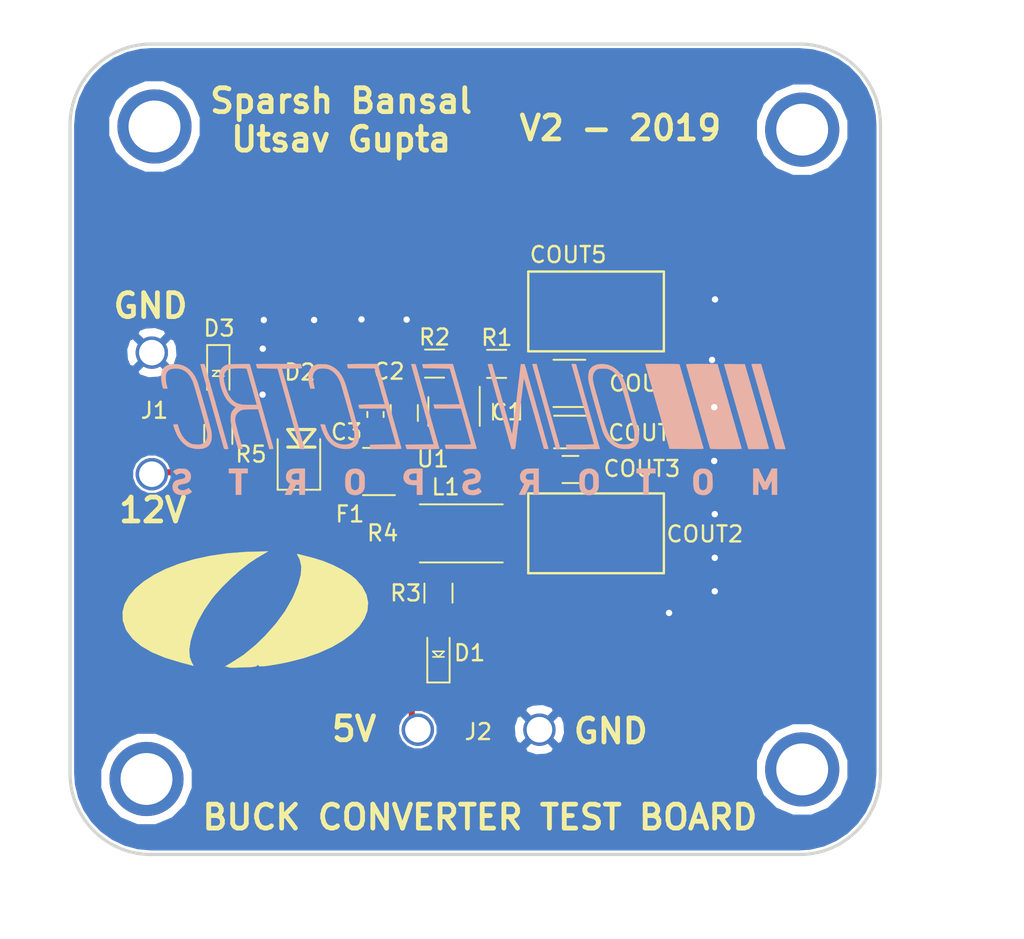
<source format=kicad_pcb>
(kicad_pcb (version 20171130) (host pcbnew 5.0.2-bee76a0~70~ubuntu18.04.1)

  (general
    (thickness 1.6)
    (drawings 15)
    (tracks 112)
    (zones 0)
    (modules 27)
    (nets 12)
  )

  (page A4)
  (layers
    (0 F.Cu signal)
    (31 B.Cu signal)
    (32 B.Adhes user)
    (33 F.Adhes user)
    (34 B.Paste user)
    (35 F.Paste user)
    (36 B.SilkS user hide)
    (37 F.SilkS user)
    (38 B.Mask user)
    (39 F.Mask user)
    (40 Dwgs.User user)
    (41 Cmts.User user)
    (42 Eco1.User user)
    (43 Eco2.User user)
    (44 Edge.Cuts user)
    (45 Margin user)
    (46 B.CrtYd user)
    (47 F.CrtYd user)
    (48 B.Fab user)
    (49 F.Fab user)
  )

  (setup
    (last_trace_width 0.1524)
    (user_trace_width 0.254)
    (user_trace_width 0.381)
    (trace_clearance 0.1524)
    (zone_clearance 0.1524)
    (zone_45_only no)
    (trace_min 0.1524)
    (segment_width 0.2)
    (edge_width 0.15)
    (via_size 0.6096)
    (via_drill 0.3048)
    (via_min_size 0.1524)
    (via_min_drill 0.3048)
    (uvia_size 0.3)
    (uvia_drill 0.1)
    (uvias_allowed no)
    (uvia_min_size 0.2)
    (uvia_min_drill 0.1)
    (pcb_text_width 0.3)
    (pcb_text_size 1.5 1.5)
    (mod_edge_width 0.15)
    (mod_text_size 1 1)
    (mod_text_width 0.15)
    (pad_size 1.524 1.524)
    (pad_drill 0.762)
    (pad_to_mask_clearance 0.051)
    (solder_mask_min_width 0.25)
    (aux_axis_origin 0 0)
    (visible_elements FFFFFF7F)
    (pcbplotparams
      (layerselection 0x010fc_ffffffff)
      (usegerberextensions false)
      (usegerberattributes false)
      (usegerberadvancedattributes false)
      (creategerberjobfile false)
      (excludeedgelayer true)
      (linewidth 0.100000)
      (plotframeref false)
      (viasonmask false)
      (mode 1)
      (useauxorigin false)
      (hpglpennumber 1)
      (hpglpenspeed 20)
      (hpglpendiameter 15.000000)
      (psnegative false)
      (psa4output false)
      (plotreference true)
      (plotvalue true)
      (plotinvisibletext false)
      (padsonsilk false)
      (subtractmaskfromsilk false)
      (outputformat 1)
      (mirror false)
      (drillshape 0)
      (scaleselection 1)
      (outputdirectory "2_26_2019/"))
  )

  (net 0 "")
  (net 1 "Net-(C1-Pad2)")
  (net 2 "Net-(C1-Pad1)")
  (net 3 "Net-(C2-Pad1)")
  (net 4 GND)
  (net 5 /5V)
  (net 6 /12V)
  (net 7 "Net-(R1-Pad2)")
  (net 8 "Net-(COUT1-Pad1)")
  (net 9 "Net-(D1-Pad2)")
  (net 10 "Net-(D3-Pad2)")
  (net 11 VCC)

  (net_class Default "This is the default net class."
    (clearance 0.1524)
    (trace_width 0.1524)
    (via_dia 0.6096)
    (via_drill 0.3048)
    (uvia_dia 0.3)
    (uvia_drill 0.1)
    (add_net /12V)
    (add_net /5V)
    (add_net GND)
    (add_net "Net-(C1-Pad1)")
    (add_net "Net-(C1-Pad2)")
    (add_net "Net-(C2-Pad1)")
    (add_net "Net-(COUT1-Pad1)")
    (add_net "Net-(D1-Pad2)")
    (add_net "Net-(D3-Pad2)")
    (add_net "Net-(R1-Pad2)")
    (add_net VCC)
  )

  (module footprints:2-pin-throughhole-conn (layer F.Cu) (tedit 5C6249A7) (tstamp 5C6E7760)
    (at 107.7341 98.27514 270)
    (descr "Fuse, TE5, Littlefuse/Wickmann, No. 460, No560,")
    (tags "Fuse TE5 Littlefuse/Wickmann No. 460 No560 ")
    (path /5C631732)
    (fp_text reference J1 (at 3.62486 -0.1659) (layer F.SilkS)
      (effects (font (size 1 1) (thickness 0.15)))
    )
    (fp_text value Conn_01x02_Female (at 2.35 3.1 270) (layer F.Fab) hide
      (effects (font (size 1 1) (thickness 0.15)))
    )
    (pad 2 thru_hole circle (at 7.62 0 270) (size 2.032 2.032) (drill 1.602) (layers *.Cu *.Mask)
      (net 6 /12V))
    (pad 1 thru_hole circle (at 0 0 270) (size 2.032 2.032) (drill 1.602) (layers *.Cu *.Mask)
      (net 4 GND))
  )

  (module footprints:2-pin-throughhole-conn (layer F.Cu) (tedit 5C6249A7) (tstamp 5C6E7A86)
    (at 132.0292 121.90984 180)
    (descr "Fuse, TE5, Littlefuse/Wickmann, No. 460, No560,")
    (tags "Fuse TE5 Littlefuse/Wickmann No. 460 No560 ")
    (path /5C634A77)
    (fp_text reference J2 (at 3.83 -0.13 180) (layer F.SilkS)
      (effects (font (size 1 1) (thickness 0.15)))
    )
    (fp_text value Conn_01x02_Female (at 2.35 3.1 180) (layer F.Fab) hide
      (effects (font (size 1 1) (thickness 0.15)))
    )
    (pad 2 thru_hole circle (at 7.62 0 180) (size 2.032 2.032) (drill 1.602) (layers *.Cu *.Mask)
      (net 5 /5V))
    (pad 1 thru_hole circle (at 0 0 180) (size 2.032 2.032) (drill 1.602) (layers *.Cu *.Mask)
      (net 4 GND))
  )

  (module footprints:Fuse_1210 (layer F.Cu) (tedit 59F24A11) (tstamp 5C6E3BAB)
    (at 133.9088 100.203)
    (descr "Resistor SMD 1210, reflow soldering, Vishay (see dcrcw.pdf)")
    (tags "resistor 1210")
    (path /5C07818B)
    (attr smd)
    (fp_text reference COUT4 (at 4.8912 -0.003) (layer F.SilkS)
      (effects (font (size 1 1) (thickness 0.15)))
    )
    (fp_text value C_68uF (at 0 2.4) (layer F.Fab) hide
      (effects (font (size 1 1) (thickness 0.15)))
    )
    (fp_line (start -1.6 1.25) (end -1.6 -1.25) (layer F.Fab) (width 0.1))
    (fp_line (start 1.6 1.25) (end -1.6 1.25) (layer F.Fab) (width 0.1))
    (fp_line (start 1.6 -1.25) (end 1.6 1.25) (layer F.Fab) (width 0.1))
    (fp_line (start -1.6 -1.25) (end 1.6 -1.25) (layer F.Fab) (width 0.1))
    (fp_line (start 1 1.48) (end -1 1.48) (layer F.SilkS) (width 0.12))
    (fp_line (start -1 -1.48) (end 1 -1.48) (layer F.SilkS) (width 0.12))
    (fp_line (start -2.15 -1.5) (end 2.15 -1.5) (layer F.CrtYd) (width 0.05))
    (fp_line (start -2.15 -1.5) (end -2.15 1.5) (layer F.CrtYd) (width 0.05))
    (fp_line (start 2.15 1.5) (end 2.15 -1.5) (layer F.CrtYd) (width 0.05))
    (fp_line (start 2.15 1.5) (end -2.15 1.5) (layer F.CrtYd) (width 0.05))
    (pad 1 smd rect (at -1.45 0) (size 0.9 2.5) (layers F.Cu F.Paste F.Mask)
      (net 8 "Net-(COUT1-Pad1)"))
    (pad 2 smd rect (at 1.45 0) (size 0.9 2.5) (layers F.Cu F.Paste F.Mask)
      (net 4 GND))
    (model /home/josh/Formula/OEM_Preferred_Parts/3DModels/Fuse_1210_OEM/Fuse1210.wrl
      (at (xyz 0 0 0))
      (scale (xyz 1 1 1))
      (rotate (xyz 0 0 0))
    )
  )

  (module footprints:C_0805_OEM (layer F.Cu) (tedit 59F250E7) (tstamp 5C17D639)
    (at 129.9718 101.981 90)
    (descr "Capacitor SMD 0805, reflow soldering, AVX (see smccp.pdf)")
    (tags "capacitor 0805")
    (path /5BEE239B)
    (attr smd)
    (fp_text reference C1 (at -0.019 0.0282) (layer F.SilkS)
      (effects (font (size 1 1) (thickness 0.15)))
    )
    (fp_text value C_0.1uF (at 0 1.75 90) (layer F.Fab) hide
      (effects (font (size 1 1) (thickness 0.15)))
    )
    (fp_line (start 1.75 0.87) (end -1.75 0.87) (layer F.CrtYd) (width 0.05))
    (fp_line (start 1.75 0.87) (end 1.75 -0.88) (layer F.CrtYd) (width 0.05))
    (fp_line (start -1.75 -0.88) (end -1.75 0.87) (layer F.CrtYd) (width 0.05))
    (fp_line (start -1.75 -0.88) (end 1.75 -0.88) (layer F.CrtYd) (width 0.05))
    (fp_line (start -0.5 0.85) (end 0.5 0.85) (layer F.SilkS) (width 0.12))
    (fp_line (start 0.5 -0.85) (end -0.5 -0.85) (layer F.SilkS) (width 0.12))
    (fp_line (start -1 -0.62) (end 1 -0.62) (layer F.Fab) (width 0.1))
    (fp_line (start 1 -0.62) (end 1 0.62) (layer F.Fab) (width 0.1))
    (fp_line (start 1 0.62) (end -1 0.62) (layer F.Fab) (width 0.1))
    (fp_line (start -1 0.62) (end -1 -0.62) (layer F.Fab) (width 0.1))
    (pad 2 smd rect (at 1 0 90) (size 1 1.25) (layers F.Cu F.Paste F.Mask)
      (net 1 "Net-(C1-Pad2)"))
    (pad 1 smd rect (at -1 0 90) (size 1 1.25) (layers F.Cu F.Paste F.Mask)
      (net 2 "Net-(C1-Pad1)"))
    (model /home/josh/Formula/OEM_Preferred_Parts/3DModels/C_0805_OEM/C_0805.wrl
      (at (xyz 0 0 0))
      (scale (xyz 1 1 1))
      (rotate (xyz 0 0 0))
    )
  )

  (module footprints:C_0805_OEM (layer F.Cu) (tedit 59F250E7) (tstamp 5C17D649)
    (at 123.5583 102.0605 90)
    (descr "Capacitor SMD 0805, reflow soldering, AVX (see smccp.pdf)")
    (tags "capacitor 0805")
    (path /5BEE2923)
    (attr smd)
    (fp_text reference C2 (at 2.6105 -0.9583 180) (layer F.SilkS)
      (effects (font (size 1 1) (thickness 0.15)))
    )
    (fp_text value C_0.1uF (at 0 1.75 90) (layer F.Fab) hide
      (effects (font (size 1 1) (thickness 0.15)))
    )
    (fp_line (start -1 0.62) (end -1 -0.62) (layer F.Fab) (width 0.1))
    (fp_line (start 1 0.62) (end -1 0.62) (layer F.Fab) (width 0.1))
    (fp_line (start 1 -0.62) (end 1 0.62) (layer F.Fab) (width 0.1))
    (fp_line (start -1 -0.62) (end 1 -0.62) (layer F.Fab) (width 0.1))
    (fp_line (start 0.5 -0.85) (end -0.5 -0.85) (layer F.SilkS) (width 0.12))
    (fp_line (start -0.5 0.85) (end 0.5 0.85) (layer F.SilkS) (width 0.12))
    (fp_line (start -1.75 -0.88) (end 1.75 -0.88) (layer F.CrtYd) (width 0.05))
    (fp_line (start -1.75 -0.88) (end -1.75 0.87) (layer F.CrtYd) (width 0.05))
    (fp_line (start 1.75 0.87) (end 1.75 -0.88) (layer F.CrtYd) (width 0.05))
    (fp_line (start 1.75 0.87) (end -1.75 0.87) (layer F.CrtYd) (width 0.05))
    (pad 1 smd rect (at -1 0 90) (size 1 1.25) (layers F.Cu F.Paste F.Mask)
      (net 3 "Net-(C2-Pad1)"))
    (pad 2 smd rect (at 1 0 90) (size 1 1.25) (layers F.Cu F.Paste F.Mask)
      (net 4 GND))
    (model /home/josh/Formula/OEM_Preferred_Parts/3DModels/C_0805_OEM/C_0805.wrl
      (at (xyz 0 0 0))
      (scale (xyz 1 1 1))
      (rotate (xyz 0 0 0))
    )
  )

  (module footprints:C_0603_1608Metric (layer F.Cu) (tedit 5C4FC09C) (tstamp 5C4FC33D)
    (at 121.75236 102.15118 90)
    (descr "Capacitor SMD 0603 (1608 Metric), square (rectangular) end terminal, IPC_7351 nominal, (Body size source: http://www.tortai-tech.com/upload/download/2011102023233369053.pdf), generated with kicad-footprint-generator")
    (tags capacitor)
    (path /5BEE2647)
    (attr smd)
    (fp_text reference C3 (at -1.09982 -1.81356 180) (layer F.SilkS)
      (effects (font (size 1 1) (thickness 0.15)))
    )
    (fp_text value C_2.2uF (at 0.0125 2.21 90) (layer F.Fab) hide
      (effects (font (size 1 1) (thickness 0.15)))
    )
    (fp_line (start -0.8 0.4) (end -0.8 -0.4) (layer F.Fab) (width 0.1))
    (fp_line (start -0.8 -0.4) (end 0.8 -0.4) (layer F.Fab) (width 0.1))
    (fp_line (start 0.8 -0.4) (end 0.8 0.4) (layer F.Fab) (width 0.1))
    (fp_line (start 0.8 0.4) (end -0.8 0.4) (layer F.Fab) (width 0.1))
    (fp_line (start -0.162779 -0.51) (end 0.162779 -0.51) (layer F.SilkS) (width 0.12))
    (fp_line (start -0.162779 0.51) (end 0.162779 0.51) (layer F.SilkS) (width 0.12))
    (fp_line (start -1.48 0.73) (end -1.48 -0.73) (layer F.CrtYd) (width 0.05))
    (fp_line (start -1.48 -0.73) (end 1.48 -0.73) (layer F.CrtYd) (width 0.05))
    (fp_line (start 1.48 -0.73) (end 1.48 0.73) (layer F.CrtYd) (width 0.05))
    (fp_line (start 1.48 0.73) (end -1.48 0.73) (layer F.CrtYd) (width 0.05))
    (fp_text user %R (at 3.175 -1.524 90) (layer F.Fab) hide
      (effects (font (size 0.4 0.4) (thickness 0.06)))
    )
    (pad 1 smd roundrect (at -0.7875 0 90) (size 0.875 0.95) (layers F.Cu F.Paste F.Mask) (roundrect_rratio 0.25)
      (net 3 "Net-(C2-Pad1)"))
    (pad 2 smd roundrect (at 0.7875 0 90) (size 0.875 0.95) (layers F.Cu F.Paste F.Mask) (roundrect_rratio 0.25)
      (net 4 GND))
    (model ${KISYS3DMOD}/Capacitor_SMD.3dshapes/C_0603_1608Metric.wrl
      (at (xyz 0 0 0))
      (scale (xyz 1 1 1))
      (rotate (xyz 0 0 0))
    )
  )

  (module footprints:Fuse_1210 (layer F.Cu) (tedit 5C4FB3B7) (tstamp 5C17D6C7)
    (at 121.9708 105.7275 180)
    (descr "Resistor SMD 1210, reflow soldering, Vishay (see dcrcw.pdf)")
    (tags "resistor 1210")
    (path /5C0BFA29)
    (attr smd)
    (fp_text reference F1 (at 1.8208 -2.6725 180) (layer F.SilkS)
      (effects (font (size 1 1) (thickness 0.15)))
    )
    (fp_text value F_500mA_16V (at 0 2.4 180) (layer F.Fab) hide
      (effects (font (size 1 1) (thickness 0.15)))
    )
    (fp_line (start 2.15 1.5) (end -2.15 1.5) (layer F.CrtYd) (width 0.05))
    (fp_line (start 2.15 1.5) (end 2.15 -1.5) (layer F.CrtYd) (width 0.05))
    (fp_line (start -2.15 -1.5) (end -2.15 1.5) (layer F.CrtYd) (width 0.05))
    (fp_line (start -2.15 -1.5) (end 2.15 -1.5) (layer F.CrtYd) (width 0.05))
    (fp_line (start -1 -1.48) (end 1 -1.48) (layer F.SilkS) (width 0.12))
    (fp_line (start 1 1.48) (end -1 1.48) (layer F.SilkS) (width 0.12))
    (fp_line (start -1.6 -1.25) (end 1.6 -1.25) (layer F.Fab) (width 0.1))
    (fp_line (start 1.6 -1.25) (end 1.6 1.25) (layer F.Fab) (width 0.1))
    (fp_line (start 1.6 1.25) (end -1.6 1.25) (layer F.Fab) (width 0.1))
    (fp_line (start -1.6 1.25) (end -1.6 -1.25) (layer F.Fab) (width 0.1))
    (pad 2 smd rect (at 1.45 0 180) (size 0.9 2.5) (layers F.Cu F.Paste F.Mask)
      (net 6 /12V))
    (pad 1 smd rect (at -1.45 0 180) (size 0.9 2.5) (layers F.Cu F.Paste F.Mask)
      (net 3 "Net-(C2-Pad1)"))
    (model /home/josh/Formula/OEM_Preferred_Parts/3DModels/Fuse_1210_OEM/Fuse1210.wrl
      (at (xyz 0 0 0))
      (scale (xyz 1 1 1))
      (rotate (xyz 0 0 0))
    )
  )

  (module footprints:L_100uH (layer F.Cu) (tedit 5C4A6E6A) (tstamp 5C17D6CD)
    (at 129.4767 105.66654)
    (path /5BEE27A2)
    (attr smd)
    (fp_text reference L1 (at -3.3267 1.03346 180) (layer F.SilkS)
      (effects (font (size 1 1) (thickness 0.15)))
    )
    (fp_text value L_100uH (at -0.2 -4) (layer F.Fab) hide
      (effects (font (size 1 1) (thickness 0.15)))
    )
    (pad 1 smd rect (at -1.6 0) (size 1.2 2) (layers F.Cu F.Paste F.Mask)
      (net 2 "Net-(C1-Pad1)"))
    (pad 2 smd rect (at 1.6 0) (size 1.2 2) (layers F.Cu F.Paste F.Mask)
      (net 8 "Net-(COUT1-Pad1)"))
  )

  (module footprints:R_0805_OEM (layer F.Cu) (tedit 59F25131) (tstamp 5C17D6DD)
    (at 129.34442 98.97872 180)
    (descr "Resistor SMD 0805, reflow soldering, Vishay (see dcrcw.pdf)")
    (tags "resistor 0805")
    (path /5BEE2A52)
    (attr smd)
    (fp_text reference R1 (at -0.01016 1.64338 180) (layer F.SilkS)
      (effects (font (size 1 1) (thickness 0.15)))
    )
    (fp_text value R_100K (at 0 1.75 180) (layer F.Fab) hide
      (effects (font (size 1 1) (thickness 0.15)))
    )
    (fp_line (start -1 0.62) (end -1 -0.62) (layer F.Fab) (width 0.1))
    (fp_line (start 1 0.62) (end -1 0.62) (layer F.Fab) (width 0.1))
    (fp_line (start 1 -0.62) (end 1 0.62) (layer F.Fab) (width 0.1))
    (fp_line (start -1 -0.62) (end 1 -0.62) (layer F.Fab) (width 0.1))
    (fp_line (start 0.6 0.88) (end -0.6 0.88) (layer F.SilkS) (width 0.12))
    (fp_line (start -0.6 -0.88) (end 0.6 -0.88) (layer F.SilkS) (width 0.12))
    (fp_line (start -1.55 -0.9) (end 1.55 -0.9) (layer F.CrtYd) (width 0.05))
    (fp_line (start -1.55 -0.9) (end -1.55 0.9) (layer F.CrtYd) (width 0.05))
    (fp_line (start 1.55 0.9) (end 1.55 -0.9) (layer F.CrtYd) (width 0.05))
    (fp_line (start 1.55 0.9) (end -1.55 0.9) (layer F.CrtYd) (width 0.05))
    (pad 1 smd rect (at -0.95 0 180) (size 0.7 1.3) (layers F.Cu F.Paste F.Mask)
      (net 8 "Net-(COUT1-Pad1)"))
    (pad 2 smd rect (at 0.95 0 180) (size 0.7 1.3) (layers F.Cu F.Paste F.Mask)
      (net 7 "Net-(R1-Pad2)"))
    (model "/home/josh/Formula/OEM_Preferred_Parts/3DModels/WRL Files/res0805.wrl"
      (at (xyz 0 0 0))
      (scale (xyz 1 1 1))
      (rotate (xyz 0 0 0))
    )
  )

  (module footprints:R_0805_OEM (layer F.Cu) (tedit 59F25131) (tstamp 5C4FC91B)
    (at 125.45822 98.96348 180)
    (descr "Resistor SMD 0805, reflow soldering, Vishay (see dcrcw.pdf)")
    (tags "resistor 0805")
    (path /5C0B315C)
    (attr smd)
    (fp_text reference R2 (at 0.00508 1.65862 180) (layer F.SilkS)
      (effects (font (size 1 1) (thickness 0.15)))
    )
    (fp_text value R_25K (at 0 1.75 180) (layer F.Fab) hide
      (effects (font (size 1 1) (thickness 0.15)))
    )
    (fp_line (start 1.55 0.9) (end -1.55 0.9) (layer F.CrtYd) (width 0.05))
    (fp_line (start 1.55 0.9) (end 1.55 -0.9) (layer F.CrtYd) (width 0.05))
    (fp_line (start -1.55 -0.9) (end -1.55 0.9) (layer F.CrtYd) (width 0.05))
    (fp_line (start -1.55 -0.9) (end 1.55 -0.9) (layer F.CrtYd) (width 0.05))
    (fp_line (start -0.6 -0.88) (end 0.6 -0.88) (layer F.SilkS) (width 0.12))
    (fp_line (start 0.6 0.88) (end -0.6 0.88) (layer F.SilkS) (width 0.12))
    (fp_line (start -1 -0.62) (end 1 -0.62) (layer F.Fab) (width 0.1))
    (fp_line (start 1 -0.62) (end 1 0.62) (layer F.Fab) (width 0.1))
    (fp_line (start 1 0.62) (end -1 0.62) (layer F.Fab) (width 0.1))
    (fp_line (start -1 0.62) (end -1 -0.62) (layer F.Fab) (width 0.1))
    (pad 2 smd rect (at 0.95 0 180) (size 0.7 1.3) (layers F.Cu F.Paste F.Mask)
      (net 4 GND))
    (pad 1 smd rect (at -0.95 0 180) (size 0.7 1.3) (layers F.Cu F.Paste F.Mask)
      (net 7 "Net-(R1-Pad2)"))
    (model "/home/josh/Formula/OEM_Preferred_Parts/3DModels/WRL Files/res0805.wrl"
      (at (xyz 0 0 0))
      (scale (xyz 1 1 1))
      (rotate (xyz 0 0 0))
    )
  )

  (module footprints:R_0805_OEM (layer F.Cu) (tedit 59F25131) (tstamp 5C4FC8EE)
    (at 125.7 113.35 270)
    (descr "Resistor SMD 0805, reflow soldering, Vishay (see dcrcw.pdf)")
    (tags "resistor 0805")
    (path /5C0C44F9)
    (attr smd)
    (fp_text reference R3 (at 0 2.05) (layer F.SilkS)
      (effects (font (size 1 1) (thickness 0.15)))
    )
    (fp_text value R_200 (at 0 1.75 270) (layer F.Fab) hide
      (effects (font (size 1 1) (thickness 0.15)))
    )
    (fp_line (start -1 0.62) (end -1 -0.62) (layer F.Fab) (width 0.1))
    (fp_line (start 1 0.62) (end -1 0.62) (layer F.Fab) (width 0.1))
    (fp_line (start 1 -0.62) (end 1 0.62) (layer F.Fab) (width 0.1))
    (fp_line (start -1 -0.62) (end 1 -0.62) (layer F.Fab) (width 0.1))
    (fp_line (start 0.6 0.88) (end -0.6 0.88) (layer F.SilkS) (width 0.12))
    (fp_line (start -0.6 -0.88) (end 0.6 -0.88) (layer F.SilkS) (width 0.12))
    (fp_line (start -1.55 -0.9) (end 1.55 -0.9) (layer F.CrtYd) (width 0.05))
    (fp_line (start -1.55 -0.9) (end -1.55 0.9) (layer F.CrtYd) (width 0.05))
    (fp_line (start 1.55 0.9) (end 1.55 -0.9) (layer F.CrtYd) (width 0.05))
    (fp_line (start 1.55 0.9) (end -1.55 0.9) (layer F.CrtYd) (width 0.05))
    (pad 1 smd rect (at -0.95 0 270) (size 0.7 1.3) (layers F.Cu F.Paste F.Mask)
      (net 11 VCC))
    (pad 2 smd rect (at 0.95 0 270) (size 0.7 1.3) (layers F.Cu F.Paste F.Mask)
      (net 9 "Net-(D1-Pad2)"))
    (model "/home/josh/Formula/OEM_Preferred_Parts/3DModels/WRL Files/res0805.wrl"
      (at (xyz 0 0 0))
      (scale (xyz 1 1 1))
      (rotate (xyz 0 0 0))
    )
  )

  (module footprints:R_2512_OEM (layer F.Cu) (tedit 59F2514A) (tstamp 5C17D70D)
    (at 127.1282 109.60608 180)
    (descr "Resistor SMD 2512, reflow soldering, Vishay (see dcrcw.pdf)")
    (tags "resistor 2512")
    (path /5C0C29A9)
    (attr smd)
    (fp_text reference R4 (at 4.9282 0.01778 180) (layer F.SilkS)
      (effects (font (size 1 1) (thickness 0.15)))
    )
    (fp_text value R_0_2512 (at 0 2.75 180) (layer F.Fab) hide
      (effects (font (size 1 1) (thickness 0.15)))
    )
    (fp_line (start -3.15 1.6) (end -3.15 -1.6) (layer F.Fab) (width 0.1))
    (fp_line (start 3.15 1.6) (end -3.15 1.6) (layer F.Fab) (width 0.1))
    (fp_line (start 3.15 -1.6) (end 3.15 1.6) (layer F.Fab) (width 0.1))
    (fp_line (start -3.15 -1.6) (end 3.15 -1.6) (layer F.Fab) (width 0.1))
    (fp_line (start 2.6 1.82) (end -2.6 1.82) (layer F.SilkS) (width 0.12))
    (fp_line (start -2.6 -1.82) (end 2.6 -1.82) (layer F.SilkS) (width 0.12))
    (fp_line (start -3.85 -1.85) (end 3.85 -1.85) (layer F.CrtYd) (width 0.05))
    (fp_line (start -3.85 -1.85) (end -3.85 1.85) (layer F.CrtYd) (width 0.05))
    (fp_line (start 3.85 1.85) (end 3.85 -1.85) (layer F.CrtYd) (width 0.05))
    (fp_line (start 3.85 1.85) (end -3.85 1.85) (layer F.CrtYd) (width 0.05))
    (pad 1 smd rect (at -3.1 0 180) (size 1 3.2) (layers F.Cu F.Paste F.Mask)
      (net 8 "Net-(COUT1-Pad1)"))
    (pad 2 smd rect (at 3.1 0 180) (size 1 3.2) (layers F.Cu F.Paste F.Mask)
      (net 11 VCC))
    (model ${KISYS3DMOD}/Resistors_SMD.3dshapes/R_2512.wrl
      (at (xyz 0 0 0))
      (scale (xyz 1 1 1))
      (rotate (xyz 0 0 0))
    )
  )

  (module footprints:SOT-23-6_OEM (layer F.Cu) (tedit 59F2519B) (tstamp 5C17D722)
    (at 126.6776 101.9658 270)
    (descr "6-pin SOT-23 package")
    (tags SOT-23-6)
    (path /5C752F87)
    (attr smd)
    (fp_text reference U1 (at 2.9842 1.3276 180) (layer F.SilkS)
      (effects (font (size 1 1) (thickness 0.15)))
    )
    (fp_text value TPS560430YF (at 0 2.9 270) (layer F.Fab) hide
      (effects (font (size 1 1) (thickness 0.15)))
    )
    (fp_line (start -0.9 1.61) (end 0.9 1.61) (layer F.SilkS) (width 0.12))
    (fp_line (start 0.9 -1.61) (end -1.55 -1.61) (layer F.SilkS) (width 0.12))
    (fp_line (start 1.9 -1.8) (end -1.9 -1.8) (layer F.CrtYd) (width 0.05))
    (fp_line (start 1.9 1.8) (end 1.9 -1.8) (layer F.CrtYd) (width 0.05))
    (fp_line (start -1.9 1.8) (end 1.9 1.8) (layer F.CrtYd) (width 0.05))
    (fp_line (start -1.9 -1.8) (end -1.9 1.8) (layer F.CrtYd) (width 0.05))
    (fp_line (start -0.9 -0.9) (end -0.25 -1.55) (layer F.Fab) (width 0.1))
    (fp_line (start 0.9 -1.55) (end -0.25 -1.55) (layer F.Fab) (width 0.1))
    (fp_line (start -0.9 -0.9) (end -0.9 1.55) (layer F.Fab) (width 0.1))
    (fp_line (start 0.9 1.55) (end -0.9 1.55) (layer F.Fab) (width 0.1))
    (fp_line (start 0.9 -1.55) (end 0.9 1.55) (layer F.Fab) (width 0.1))
    (pad 1 smd rect (at -1.1 -0.95 270) (size 1.06 0.65) (layers F.Cu F.Paste F.Mask)
      (net 1 "Net-(C1-Pad2)"))
    (pad 2 smd rect (at -1.1 0 270) (size 1.06 0.65) (layers F.Cu F.Paste F.Mask)
      (net 4 GND))
    (pad 3 smd rect (at -1.1 0.95 270) (size 1.06 0.65) (layers F.Cu F.Paste F.Mask)
      (net 7 "Net-(R1-Pad2)"))
    (pad 4 smd rect (at 1.1 0.95 270) (size 1.06 0.65) (layers F.Cu F.Paste F.Mask)
      (net 3 "Net-(C2-Pad1)"))
    (pad 6 smd rect (at 1.1 -0.95 270) (size 1.06 0.65) (layers F.Cu F.Paste F.Mask)
      (net 2 "Net-(C1-Pad1)"))
    (pad 5 smd rect (at 1.1 0 270) (size 1.06 0.65) (layers F.Cu F.Paste F.Mask)
      (net 3 "Net-(C2-Pad1)"))
    (model ${KISYS3DMOD}/TO_SOT_Packages_SMD.3dshapes/SOT-23-6.wrl
      (at (xyz 0 0 0))
      (scale (xyz 1 1 1))
      (rotate (xyz 0 0 0))
    )
  )

  (module footprints:C_1206_OEM (layer F.Cu) (tedit 59F253AA) (tstamp 5C6E9423)
    (at 133.9483 103.251)
    (descr "Capacitor SMD 1206, reflow soldering, AVX (see smccp.pdf)")
    (tags "capacitor 1206")
    (path /5C061BB4)
    (attr smd)
    (fp_text reference COUT1 (at 4.8017 0.049) (layer F.SilkS)
      (effects (font (size 1 1) (thickness 0.15)))
    )
    (fp_text value C_22uF (at 0 2) (layer F.Fab) hide
      (effects (font (size 1 1) (thickness 0.15)))
    )
    (fp_line (start -1.6 0.8) (end -1.6 -0.8) (layer F.Fab) (width 0.1))
    (fp_line (start 1.6 0.8) (end -1.6 0.8) (layer F.Fab) (width 0.1))
    (fp_line (start 1.6 -0.8) (end 1.6 0.8) (layer F.Fab) (width 0.1))
    (fp_line (start -1.6 -0.8) (end 1.6 -0.8) (layer F.Fab) (width 0.1))
    (fp_line (start 1 -1.02) (end -1 -1.02) (layer F.SilkS) (width 0.12))
    (fp_line (start -1 1.02) (end 1 1.02) (layer F.SilkS) (width 0.12))
    (fp_line (start -2.25 -1.05) (end 2.25 -1.05) (layer F.CrtYd) (width 0.05))
    (fp_line (start -2.25 -1.05) (end -2.25 1.05) (layer F.CrtYd) (width 0.05))
    (fp_line (start 2.25 1.05) (end 2.25 -1.05) (layer F.CrtYd) (width 0.05))
    (fp_line (start 2.25 1.05) (end -2.25 1.05) (layer F.CrtYd) (width 0.05))
    (pad 1 smd rect (at -1.5 0) (size 1 1.6) (layers F.Cu F.Paste F.Mask)
      (net 8 "Net-(COUT1-Pad1)"))
    (pad 2 smd rect (at 1.5 0) (size 1 1.6) (layers F.Cu F.Paste F.Mask)
      (net 4 GND))
    (model Capacitors_SMD.3dshapes/C_1206.wrl
      (at (xyz 0 0 0))
      (scale (xyz 1 1 1))
      (rotate (xyz 0 0 0))
    )
  )

  (module footprints:Fuse_1812 (layer F.Cu) (tedit 5A050C3C) (tstamp 5C6E3B8B)
    (at 132.8293 109.601)
    (path /5C08921B)
    (fp_text reference COUT2 (at 9.5707 0.049) (layer F.SilkS)
      (effects (font (size 1 1) (thickness 0.15)))
    )
    (fp_text value C_33uF (at 3 3.5) (layer F.Fab) hide
      (effects (font (size 1 1) (thickness 0.15)))
    )
    (fp_line (start -1.5 2.5) (end -1.5 -2.5) (layer F.SilkS) (width 0.15))
    (fp_line (start 7 2.5) (end -1.5 2.5) (layer F.SilkS) (width 0.15))
    (fp_line (start 7 -2.5) (end 7 2.5) (layer F.SilkS) (width 0.15))
    (fp_line (start -1.5 -2.5) (end 7 -2.5) (layer F.SilkS) (width 0.15))
    (pad 1 smd rect (at 0 0) (size 1.78 3.5) (layers F.Cu F.Paste F.Mask)
      (net 8 "Net-(COUT1-Pad1)"))
    (pad 2 smd rect (at 5.28 0) (size 1.78 3.5) (layers F.Cu F.Paste F.Mask)
      (net 4 GND))
  )

  (module footprints:C_0805_OEM (layer F.Cu) (tedit 5C3D8347) (tstamp 5C6E3B9B)
    (at 133.9723 105.6005)
    (descr "Capacitor SMD 0805, reflow soldering, AVX (see smccp.pdf)")
    (tags "capacitor 0805")
    (path /5C062E7A)
    (attr smd)
    (fp_text reference COUT3 (at 4.4777 -0.0505) (layer F.SilkS)
      (effects (font (size 1 1) (thickness 0.15)))
    )
    (fp_text value C_47uF (at 0 1.75) (layer F.Fab) hide
      (effects (font (size 1 1) (thickness 0.15)))
    )
    (fp_line (start -1 0.62) (end -1 -0.62) (layer F.Fab) (width 0.1))
    (fp_line (start 1 0.62) (end -1 0.62) (layer F.Fab) (width 0.1))
    (fp_line (start 1 -0.62) (end 1 0.62) (layer F.Fab) (width 0.1))
    (fp_line (start -1 -0.62) (end 1 -0.62) (layer F.Fab) (width 0.1))
    (fp_line (start 0.5 -0.85) (end -0.5 -0.85) (layer F.SilkS) (width 0.12))
    (fp_line (start -0.5 0.85) (end 0.5 0.85) (layer F.SilkS) (width 0.12))
    (fp_line (start -1.75 -0.88) (end 1.75 -0.88) (layer F.CrtYd) (width 0.05))
    (fp_line (start -1.75 -0.88) (end -1.75 0.87) (layer F.CrtYd) (width 0.05))
    (fp_line (start 1.75 0.87) (end 1.75 -0.88) (layer F.CrtYd) (width 0.05))
    (fp_line (start 1.75 0.87) (end -1.75 0.87) (layer F.CrtYd) (width 0.05))
    (pad 1 smd rect (at -1 0) (size 1 1.25) (layers F.Cu F.Paste F.Mask)
      (net 8 "Net-(COUT1-Pad1)"))
    (pad 2 smd rect (at 1 0) (size 1 1.25) (layers F.Cu F.Paste F.Mask)
      (net 4 GND))
    (model /home/josh/Formula/OEM_Preferred_Parts/3DModels/C_0805_OEM/C_0805.wrl
      (at (xyz 0 0 0))
      (scale (xyz 1 1 1))
      (rotate (xyz 0 0 0))
    )
    (model ${LOCAL_DIR}/OEM_Preferred_Parts/3DModels/C_0805_OEM/C_0805.step
      (at (xyz 0 0 0))
      (scale (xyz 1 1 1))
      (rotate (xyz 0 0 0))
    )
  )

  (module footprints:Fuse_1812 (layer F.Cu) (tedit 5A050C3C) (tstamp 5C6E3BB5)
    (at 132.8293 95.6945)
    (path /5C083239)
    (fp_text reference COUT5 (at 1 -3.556) (layer F.SilkS)
      (effects (font (size 1 1) (thickness 0.15)))
    )
    (fp_text value C_100uF (at 3 3.5) (layer F.Fab) hide
      (effects (font (size 1 1) (thickness 0.15)))
    )
    (fp_line (start -1.5 -2.5) (end 7 -2.5) (layer F.SilkS) (width 0.15))
    (fp_line (start 7 -2.5) (end 7 2.5) (layer F.SilkS) (width 0.15))
    (fp_line (start 7 2.5) (end -1.5 2.5) (layer F.SilkS) (width 0.15))
    (fp_line (start -1.5 2.5) (end -1.5 -2.5) (layer F.SilkS) (width 0.15))
    (pad 2 smd rect (at 5.28 0) (size 1.78 3.5) (layers F.Cu F.Paste F.Mask)
      (net 4 GND))
    (pad 1 smd rect (at 0 0) (size 1.78 3.5) (layers F.Cu F.Paste F.Mask)
      (net 8 "Net-(COUT1-Pad1)"))
  )

  (module footprints:DO-214AA (layer F.Cu) (tedit 5A59FDFB) (tstamp 5C6E3BE3)
    (at 116.9543 103.6955 90)
    (descr "http://www.diodes.com/datasheets/ap02001.pdf p.144")
    (tags "Diode SOD523")
    (path /5C623D49)
    (attr smd)
    (fp_text reference D2 (at 4.191 0.0635 180) (layer F.SilkS)
      (effects (font (size 1 1) (thickness 0.15)))
    )
    (fp_text value D_Zener_18V (at 0 2.286 90) (layer F.Fab) hide
      (effects (font (size 1 1) (thickness 0.15)))
    )
    (fp_line (start 0.6 1) (end -0.5 0.1) (layer F.SilkS) (width 0.2))
    (fp_line (start 0.6 -0.7) (end 0.6 1) (layer F.SilkS) (width 0.2))
    (fp_line (start -0.5 0.1) (end 0.6 -0.7) (layer F.SilkS) (width 0.2))
    (fp_line (start -0.5 -0.7) (end -0.5 1) (layer F.SilkS) (width 0.2))
    (fp_line (start -3.175 -1.3335) (end -3.175 1.3335) (layer F.SilkS) (width 0.12))
    (fp_line (start 3.302 -1.4605) (end 3.302 1.4605) (layer F.CrtYd) (width 0.05))
    (fp_line (start -3.302 -1.4605) (end 3.302 -1.4605) (layer F.CrtYd) (width 0.05))
    (fp_line (start -3.302 -1.4605) (end -3.302 1.4605) (layer F.CrtYd) (width 0.05))
    (fp_line (start -3.302 1.4605) (end 3.302 1.4605) (layer F.CrtYd) (width 0.05))
    (fp_line (start 2.3749 -1.9685) (end 2.3749 1.9685) (layer F.Fab) (width 0.1))
    (fp_line (start -2.3749 -1.9685) (end 2.3749 -1.9685) (layer F.Fab) (width 0.1))
    (fp_line (start -2.3749 -1.9685) (end -2.3749 1.9685) (layer F.Fab) (width 0.1))
    (fp_line (start 2.3749 1.9685) (end -2.3749 1.9685) (layer F.Fab) (width 0.1))
    (fp_line (start -3.175 1.3335) (end 0 1.3335) (layer F.SilkS) (width 0.12))
    (fp_line (start -3.175 -1.3335) (end 0 -1.3335) (layer F.SilkS) (width 0.12))
    (pad 2 smd rect (at 2.032 0 270) (size 1.778 2.159) (layers F.Cu F.Paste F.Mask)
      (net 4 GND))
    (pad 1 smd rect (at -2.032 0 270) (size 1.778 2.159) (layers F.Cu F.Paste F.Mask)
      (net 6 /12V))
    (model /home/josh/Formula/OEM_Preferred_Parts/3DModels/DO_214AA_OEM/DO_214AA.wrl
      (at (xyz 0 0 0))
      (scale (xyz 1 1 1))
      (rotate (xyz 0 0 0))
    )
  )

  (module footprints:LED_0805_OEM (layer F.Cu) (tedit 5C3D84D8) (tstamp 5C6E6262)
    (at 125.7 117.15 90)
    (descr "LED 0805 smd package")
    (tags "LED led 0805 SMD smd SMT smt smdled SMDLED smtled SMTLED")
    (path /5C0C344A)
    (attr smd)
    (fp_text reference D1 (at 0.05 1.95 180) (layer F.SilkS)
      (effects (font (size 1 1) (thickness 0.15)))
    )
    (fp_text value LED_0805 (at 0.508 2.032 90) (layer F.Fab) hide
      (effects (font (size 1 1) (thickness 0.15)))
    )
    (fp_line (start -0.2 0.35) (end -0.2 0) (layer F.SilkS) (width 0.1))
    (fp_line (start -0.2 0) (end -0.2 -0.35) (layer F.SilkS) (width 0.1))
    (fp_line (start 0.15 0.35) (end -0.2 0) (layer F.SilkS) (width 0.1))
    (fp_line (start 0.15 0.3) (end 0.15 0.35) (layer F.SilkS) (width 0.1))
    (fp_line (start 0.15 0.35) (end 0.15 0.3) (layer F.SilkS) (width 0.1))
    (fp_line (start 0.15 -0.35) (end 0.15 0.3) (layer F.SilkS) (width 0.1))
    (fp_line (start 0.1 -0.3) (end 0.15 -0.35) (layer F.SilkS) (width 0.1))
    (fp_line (start -0.2 0) (end 0.1 -0.3) (layer F.SilkS) (width 0.1))
    (fp_line (start -1.8 -0.7) (end -1.8 0.7) (layer F.SilkS) (width 0.12))
    (fp_line (start 1 0.6) (end -1 0.6) (layer F.Fab) (width 0.1))
    (fp_line (start 1 -0.6) (end 1 0.6) (layer F.Fab) (width 0.1))
    (fp_line (start -1 -0.6) (end 1 -0.6) (layer F.Fab) (width 0.1))
    (fp_line (start -1 0.6) (end -1 -0.6) (layer F.Fab) (width 0.1))
    (fp_line (start -1.8 0.7) (end 1 0.7) (layer F.SilkS) (width 0.12))
    (fp_line (start -1.8 -0.7) (end 1 -0.7) (layer F.SilkS) (width 0.12))
    (fp_line (start 1.95 -0.85) (end 1.95 0.85) (layer F.CrtYd) (width 0.05))
    (fp_line (start 1.95 0.85) (end -1.95 0.85) (layer F.CrtYd) (width 0.05))
    (fp_line (start -1.95 0.85) (end -1.95 -0.85) (layer F.CrtYd) (width 0.05))
    (fp_line (start -1.95 -0.85) (end 1.95 -0.85) (layer F.CrtYd) (width 0.05))
    (pad 2 smd rect (at 1.1 0 270) (size 1.2 1.2) (layers F.Cu F.Paste F.Mask)
      (net 9 "Net-(D1-Pad2)"))
    (pad 1 smd rect (at -1.1 0 270) (size 1.2 1.2) (layers F.Cu F.Paste F.Mask)
      (net 4 GND))
    (model "/home/josh/Formula/OEM_Preferred_Parts/3DModels/LED_0805/LED 0805 Base GREEN001_sp.wrl"
      (at (xyz 0 0 0))
      (scale (xyz 1 1 1))
      (rotate (xyz 0 0 180))
    )
    (model "${LOCAL_DIR}/OEM_Preferred_Parts/3DModels/LED_0805/LED 0805 Base GREEN001_sp.step"
      (at (xyz 0 0 0))
      (scale (xyz 1 1 1))
      (rotate (xyz 0 0 0))
    )
  )

  (module footprints:Bolt_connect_4-40_round (layer F.Cu) (tedit 5C624AD2) (tstamp 5C6E89F7)
    (at 107.9 84.1)
    (fp_text reference REF** (at 0 -2.794) (layer F.SilkS) hide
      (effects (font (size 1 1) (thickness 0.15)))
    )
    (fp_text value Bolt_connect_4-40_round (at 0 2.794) (layer F.Fab) hide
      (effects (font (size 1 1) (thickness 0.15)))
    )
    (pad 1 thru_hole circle (at 0 0) (size 4.6482 4.6482) (drill 3.2512) (layers *.Cu *.Mask)
      (clearance 0.508))
  )

  (module footprints:Bolt_connect_4-40_round (layer F.Cu) (tedit 5C624AC7) (tstamp 5C6E8A21)
    (at 148.5 84.3)
    (fp_text reference REF** (at 0 -2.794) (layer F.SilkS) hide
      (effects (font (size 1 1) (thickness 0.15)))
    )
    (fp_text value Bolt_connect_4-40_round (at 0 2.794) (layer F.Fab) hide
      (effects (font (size 1 1) (thickness 0.15)))
    )
    (pad 1 thru_hole circle (at 0 0) (size 4.6482 4.6482) (drill 3.2512) (layers *.Cu *.Mask)
      (clearance 0.508))
  )

  (module footprints:Bolt_connect_4-40_round (layer F.Cu) (tedit 5C624ABC) (tstamp 5C6E8A2F)
    (at 148.5 124.4)
    (fp_text reference REF** (at 0 -2.794) (layer F.SilkS) hide
      (effects (font (size 1 1) (thickness 0.15)))
    )
    (fp_text value Bolt_connect_4-40_round (at 0 2.794) (layer F.Fab) hide
      (effects (font (size 1 1) (thickness 0.15)))
    )
    (pad 1 thru_hole circle (at 0 0) (size 4.6482 4.6482) (drill 3.2512) (layers *.Cu *.Mask)
      (clearance 0.508))
  )

  (module footprints:Bolt_connect_4-40_round (layer F.Cu) (tedit 5C624AEE) (tstamp 5C6E8A3D)
    (at 107.4 125)
    (fp_text reference REF** (at 0 -2.794) (layer F.SilkS) hide
      (effects (font (size 1 1) (thickness 0.15)))
    )
    (fp_text value Bolt_connect_4-40_round (at 0 2.794) (layer F.Fab) hide
      (effects (font (size 1 1) (thickness 0.15)))
    )
    (pad 1 thru_hole circle (at 0 0) (size 4.6482 4.6482) (drill 3.2512) (layers *.Cu *.Mask)
      (clearance 0.508))
  )

  (module footprints:OLIN_O (layer F.Cu) (tedit 0) (tstamp 5C6E8B67)
    (at 113.5 114.1)
    (tags "Olin O logo")
    (fp_text reference G*** (at 5.08 -5.08) (layer F.SilkS) hide
      (effects (font (size 1.524 1.524) (thickness 0.3)))
    )
    (fp_text value "" (at 5.08 -7.62) (layer F.SilkS) hide
      (effects (font (size 1.524 1.524) (thickness 0.3)))
    )
    (fp_poly (pts (xy 0.78907 -2.933726) (xy 0.297169 -2.603291) (xy -0.249654 -2.169905) (xy -0.811 -1.670573)
      (xy -1.346471 -1.1423) (xy -1.815667 -0.622091) (xy -2.036037 -0.345931) (xy -2.493304 0.320664)
      (xy -2.866143 0.986545) (xy -3.148527 1.632052) (xy -3.33443 2.237523) (xy -3.417825 2.783297)
      (xy -3.392687 3.249711) (xy -3.252989 3.617104) (xy -3.251451 3.6195) (xy -3.169272 3.757194)
      (xy -3.151881 3.805837) (xy -3.238357 3.784085) (xy -3.451232 3.729169) (xy -3.753084 3.650766)
      (xy -3.937 3.602827) (xy -4.929803 3.301284) (xy -5.762117 2.955854) (xy -6.437575 2.564339)
      (xy -6.959808 2.124543) (xy -7.332449 1.634266) (xy -7.40086 1.507176) (xy -7.582592 0.976433)
      (xy -7.604253 0.451032) (xy -7.475103 -0.063274) (xy -7.204403 -0.560731) (xy -6.801416 -1.035585)
      (xy -6.275401 -1.482082) (xy -5.63562 -1.894469) (xy -4.891334 -2.266991) (xy -4.051805 -2.593894)
      (xy -3.126293 -2.869426) (xy -2.12406 -3.087831) (xy -1.054367 -3.243355) (xy 0.073526 -3.330246)
      (xy 0.403482 -3.341618) (xy 1.526631 -3.369785) (xy 0.78907 -2.933726)) (layer F.SilkS) (width 0.01))
    (fp_poly (pts (xy 3.442983 -3.189143) (xy 3.593457 -3.149129) (xy 3.859628 -3.080824) (xy 4.192829 -2.996675)
      (xy 4.318 -2.965353) (xy 4.950523 -2.771412) (xy 5.589166 -2.511366) (xy 6.187709 -2.208074)
      (xy 6.699928 -1.884399) (xy 7.006464 -1.635631) (xy 7.427728 -1.15255) (xy 7.68721 -0.655705)
      (xy 7.791208 -0.151883) (xy 7.746021 0.352128) (xy 7.557949 0.849541) (xy 7.23329 1.333569)
      (xy 6.778343 1.797426) (xy 6.199408 2.234324) (xy 5.502783 2.637476) (xy 4.694767 3.000096)
      (xy 3.78166 3.315395) (xy 2.769759 3.576588) (xy 2.037525 3.718298) (xy 1.579989 3.791873)
      (xy 1.263227 3.832252) (xy 1.062288 3.841026) (xy 0.952225 3.819783) (xy 0.916988 3.789688)
      (xy 0.858074 3.735928) (xy 0.847963 3.779733) (xy 0.766319 3.839404) (xy 0.537525 3.878973)
      (xy 0.3175 3.891838) (xy -0.049381 3.903054) (xy -0.420533 3.915266) (xy -0.613858 3.922106)
      (xy -0.848176 3.919314) (xy -0.993137 3.895498) (xy -1.016025 3.876157) (xy -1.081706 3.846379)
      (xy -1.164166 3.861997) (xy -1.171663 3.848862) (xy -1.054877 3.771153) (xy -0.838402 3.644985)
      (xy -0.801282 3.624227) (xy -0.008948 3.11414) (xy 0.773964 2.467576) (xy 1.356472 1.894766)
      (xy 2.033545 1.129263) (xy 2.578075 0.383663) (xy 3.016751 -0.379744) (xy 3.126149 -0.605915)
      (xy 3.414204 -1.311966) (xy 3.572957 -1.91735) (xy 3.603305 -2.429665) (xy 3.50615 -2.856508)
      (xy 3.413505 -3.034819) (xy 3.334494 -3.173405) (xy 3.358577 -3.208225) (xy 3.442983 -3.189143)) (layer F.SilkS) (width 0.01))
  )

  (module footprints:Logo_Large (layer B.Cu) (tedit 0) (tstamp 5C6E93E0)
    (at 127.9 103.1 180)
    (fp_text reference G*** (at 0 0 180) (layer B.SilkS) hide
      (effects (font (size 1.524 1.524) (thickness 0.3)) (justify mirror))
    )
    (fp_text value LOGO (at 0.75 0 180) (layer B.SilkS) hide
      (effects (font (size 1.524 1.524) (thickness 0.3)) (justify mirror))
    )
    (fp_poly (pts (xy 18.846075 4.107132) (xy 19.065319 4.073701) (xy 19.245128 4.00857) (xy 19.386053 3.911374)
      (xy 19.488644 3.781749) (xy 19.547339 3.641645) (xy 19.569425 3.520595) (xy 19.578482 3.365329)
      (xy 19.575075 3.190579) (xy 19.55977 3.011076) (xy 19.533133 2.841552) (xy 19.513326 2.7559)
      (xy 19.466072 2.5781) (xy 19.319402 2.570419) (xy 19.237351 2.567742) (xy 19.195339 2.57278)
      (xy 19.182819 2.588551) (xy 19.186227 2.608519) (xy 19.235407 2.788415) (xy 19.267007 2.940046)
      (xy 19.284069 3.081574) (xy 19.289602 3.2258) (xy 19.288823 3.345147) (xy 19.282719 3.428934)
      (xy 19.268636 3.492332) (xy 19.243922 3.550511) (xy 19.22748 3.581081) (xy 19.147841 3.687822)
      (xy 19.042984 3.762652) (xy 18.905946 3.809072) (xy 18.731219 3.830506) (xy 18.493234 3.820589)
      (xy 18.27688 3.764715) (xy 18.082151 3.662881) (xy 17.909041 3.515082) (xy 17.757545 3.321313)
      (xy 17.627654 3.081571) (xy 17.59221 2.998987) (xy 17.571635 2.940456) (xy 17.539354 2.83847)
      (xy 17.496933 2.698607) (xy 17.44594 2.526447) (xy 17.387942 2.327567) (xy 17.324506 2.107548)
      (xy 17.2572 1.871969) (xy 17.187592 1.626408) (xy 17.117248 1.376445) (xy 17.047736 1.127658)
      (xy 16.980623 0.885628) (xy 16.917477 0.655932) (xy 16.859866 0.444151) (xy 16.809355 0.255862)
      (xy 16.767514 0.096646) (xy 16.735909 -0.027919) (xy 16.716107 -0.112254) (xy 16.711263 -0.136761)
      (xy 16.690752 -0.351416) (xy 16.708412 -0.532897) (xy 16.76444 -0.681776) (xy 16.859038 -0.798628)
      (xy 16.9672 -0.871811) (xy 17.035191 -0.904765) (xy 17.093219 -0.925159) (xy 17.15634 -0.935394)
      (xy 17.239612 -0.937872) (xy 17.358091 -0.934995) (xy 17.36237 -0.93485) (xy 17.48747 -0.92889)
      (xy 17.579013 -0.918554) (xy 17.654235 -0.900127) (xy 17.730374 -0.869893) (xy 17.7855 -0.843639)
      (xy 17.966824 -0.726716) (xy 18.130835 -0.564279) (xy 18.275423 -0.359288) (xy 18.398476 -0.114701)
      (xy 18.491841 0.14605) (xy 18.546947 0.3302) (xy 18.684173 0.3302) (xy 18.759908 0.326336)
      (xy 18.809747 0.316384) (xy 18.8214 0.307091) (xy 18.811856 0.255933) (xy 18.786051 0.169673)
      (xy 18.748229 0.059691) (xy 18.70263 -0.062636) (xy 18.653497 -0.185929) (xy 18.605071 -0.29881)
      (xy 18.561594 -0.3899) (xy 18.561476 -0.390127) (xy 18.467911 -0.542712) (xy 18.348018 -0.696743)
      (xy 18.21261 -0.840996) (xy 18.072502 -0.96425) (xy 17.938507 -1.055282) (xy 17.902553 -1.073948)
      (xy 17.68491 -1.155256) (xy 17.449917 -1.203581) (xy 17.212714 -1.217322) (xy 16.98844 -1.194875)
      (xy 16.9164 -1.178335) (xy 16.742656 -1.110338) (xy 16.60644 -1.008624) (xy 16.505319 -0.870841)
      (xy 16.444757 -0.722333) (xy 16.420344 -0.596727) (xy 16.40997 -0.440211) (xy 16.413891 -0.270767)
      (xy 16.432364 -0.106382) (xy 16.435686 -0.087214) (xy 16.449784 -0.023892) (xy 16.476574 0.082556)
      (xy 16.514461 0.226506) (xy 16.561853 0.402333) (xy 16.617155 0.604413) (xy 16.678773 0.827123)
      (xy 16.745115 1.064837) (xy 16.814585 1.311932) (xy 16.885591 1.562783) (xy 16.956539 1.811766)
      (xy 17.025834 2.053258) (xy 17.091883 2.281633) (xy 17.153093 2.491268) (xy 17.207869 2.676538)
      (xy 17.254618 2.831819) (xy 17.291746 2.951488) (xy 17.31766 3.029919) (xy 17.32356 3.046005)
      (xy 17.45192 3.320441) (xy 17.609516 3.557101) (xy 17.793792 3.754203) (xy 18.002187 3.909964)
      (xy 18.232145 4.0226) (xy 18.481106 4.090329) (xy 18.746513 4.111367) (xy 18.846075 4.107132)) (layer B.SilkS) (width 0.01))
    (fp_poly (pts (xy 17.110144 4.100777) (xy 17.1196 4.081557) (xy 17.112847 4.05268) (xy 17.093191 3.978163)
      (xy 17.061533 3.861253) (xy 17.018775 3.705199) (xy 16.965818 3.513248) (xy 16.903564 3.288649)
      (xy 16.832916 3.034648) (xy 16.754774 2.754495) (xy 16.670041 2.451437) (xy 16.579619 2.128721)
      (xy 16.484408 1.789596) (xy 16.394622 1.47038) (xy 16.295615 1.118626) (xy 16.200329 0.779986)
      (xy 16.109688 0.457745) (xy 16.024615 0.155185) (xy 15.946031 -0.124408) (xy 15.874859 -0.37775)
      (xy 15.812021 -0.601557) (xy 15.758441 -0.792544) (xy 15.715039 -0.947427) (xy 15.68274 -1.062922)
      (xy 15.662464 -1.135745) (xy 15.655269 -1.16205) (xy 15.641032 -1.195216) (xy 15.610785 -1.212381)
      (xy 15.55088 -1.218605) (xy 15.501192 -1.2192) (xy 15.421761 -1.21776) (xy 15.38213 -1.210079)
      (xy 15.37131 -1.191117) (xy 15.376645 -1.16205) (xy 15.385469 -1.130261) (xy 15.407148 -1.052841)
      (xy 15.440765 -0.933055) (xy 15.4854 -0.774168) (xy 15.540135 -0.579446) (xy 15.604052 -0.352153)
      (xy 15.676233 -0.095556) (xy 15.755758 0.187081) (xy 15.841711 0.492492) (xy 15.933171 0.817411)
      (xy 16.029221 1.158574) (xy 16.124968 1.4986) (xy 16.858138 4.1021) (xy 16.988869 4.109778)
      (xy 17.069779 4.110929) (xy 17.110144 4.100777)) (layer B.SilkS) (width 0.01))
    (fp_poly (pts (xy 14.518746 4.110906) (xy 14.698404 4.108869) (xy 14.70025 4.108843) (xy 14.91298 4.105361)
      (xy 15.081461 4.101347) (xy 15.21224 4.096358) (xy 15.311866 4.08995) (xy 15.386891 4.081678)
      (xy 15.443861 4.071099) (xy 15.489328 4.05777) (xy 15.497388 4.054821) (xy 15.654421 3.970656)
      (xy 15.784095 3.850669) (xy 15.876141 3.70438) (xy 15.876687 3.703155) (xy 15.917285 3.56593)
      (xy 15.936065 3.393631) (xy 15.933143 3.197007) (xy 15.90864 2.986803) (xy 15.866549 2.788394)
      (xy 15.75969 2.444305) (xy 15.630653 2.145897) (xy 15.479417 1.893139) (xy 15.305964 1.685998)
      (xy 15.110273 1.524442) (xy 15.0368 1.47882) (xy 14.9711 1.441135) (xy 14.926772 1.415599)
      (xy 14.916101 1.409365) (xy 14.92861 1.390569) (xy 14.967577 1.345723) (xy 15.014905 1.29478)
      (xy 15.105273 1.188908) (xy 15.166691 1.085925) (xy 15.203839 0.972227) (xy 15.221398 0.834207)
      (xy 15.224402 0.6858) (xy 15.223146 0.609288) (xy 15.219914 0.540653) (xy 15.213236 0.473027)
      (xy 15.201642 0.399544) (xy 15.183664 0.313337) (xy 15.157832 0.20754) (xy 15.122679 0.075286)
      (xy 15.076733 -0.090293) (xy 15.018527 -0.296062) (xy 15.0016 -0.3556) (xy 14.947094 -0.547109)
      (xy 14.896636 -0.724198) (xy 14.852013 -0.880603) (xy 14.815013 -1.010064) (xy 14.787427 -1.106319)
      (xy 14.771042 -1.163106) (xy 14.767606 -1.17475) (xy 14.748204 -1.201652) (xy 14.703186 -1.215278)
      (xy 14.620389 -1.219194) (xy 14.615988 -1.2192) (xy 14.539997 -1.217237) (xy 14.489879 -1.212182)
      (xy 14.478 -1.20741) (xy 14.48463 -1.180967) (xy 14.503419 -1.111599) (xy 14.532714 -1.005266)
      (xy 14.570863 -0.867929) (xy 14.616211 -0.705548) (xy 14.667106 -0.524086) (xy 14.694062 -0.42826)
      (xy 14.748902 -0.23144) (xy 14.800205 -0.04343) (xy 14.846021 0.12832) (xy 14.884397 0.276357)
      (xy 14.913383 0.393231) (xy 14.931028 0.471491) (xy 14.934296 0.489201) (xy 14.945442 0.684235)
      (xy 14.912783 0.855147) (xy 14.836995 1.000456) (xy 14.718754 1.118683) (xy 14.618527 1.180782)
      (xy 14.56535 1.207341) (xy 14.518733 1.227046) (xy 14.469859 1.24108) (xy 14.409913 1.250623)
      (xy 14.33008 1.256857) (xy 14.221545 1.260962) (xy 14.075491 1.264119) (xy 13.984511 1.265732)
      (xy 13.5001 1.274163) (xy 13.196894 0.186232) (xy 13.131988 -0.046415) (xy 13.069681 -0.269286)
      (xy 13.011637 -0.476465) (xy 12.959518 -0.662036) (xy 12.914987 -0.820083) (xy 12.879708 -0.944689)
      (xy 12.855344 -1.02994) (xy 12.846444 -1.06045) (xy 12.799199 -1.2192) (xy 12.673399 -1.2192)
      (xy 12.59335 -1.21486) (xy 12.554712 -1.200109) (xy 12.5476 -1.181994) (xy 12.554351 -1.152973)
      (xy 12.57401 -1.078285) (xy 12.605682 -0.961154) (xy 12.648473 -0.804801) (xy 12.701488 -0.612451)
      (xy 12.763833 -0.387326) (xy 12.834615 -0.132648) (xy 12.912938 0.148359) (xy 12.997909 0.452473)
      (xy 13.088634 0.776471) (xy 13.184218 1.11713) (xy 13.283767 1.471227) (xy 13.2842 1.472764)
      (xy 13.30918 1.561568) (xy 13.589 1.561568) (xy 13.613027 1.557581) (xy 13.679618 1.554142)
      (xy 13.780539 1.551483) (xy 13.907555 1.549835) (xy 14.022135 1.5494) (xy 14.236944 1.551939)
      (xy 14.40836 1.55987) (xy 14.543556 1.573667) (xy 14.632874 1.589795) (xy 14.835629 1.658209)
      (xy 15.016404 1.767013) (xy 15.176355 1.917656) (xy 15.316637 2.111589) (xy 15.438406 2.350261)
      (xy 15.542817 2.635124) (xy 15.586594 2.786768) (xy 15.640172 3.037604) (xy 15.657289 3.253174)
      (xy 15.637926 3.433607) (xy 15.582065 3.579028) (xy 15.489688 3.689566) (xy 15.449048 3.719825)
      (xy 15.381999 3.758224) (xy 15.307743 3.787318) (xy 15.218338 3.808288) (xy 15.105837 3.822318)
      (xy 14.962298 3.83059) (xy 14.779775 3.834285) (xy 14.676561 3.83478) (xy 14.514398 3.83459)
      (xy 14.395949 3.833059) (xy 14.314133 3.829515) (xy 14.26187 3.823288) (xy 14.232079 3.813708)
      (xy 14.217678 3.800103) (xy 14.21384 3.79095) (xy 14.200926 3.746738) (xy 14.176746 3.662079)
      (xy 14.142966 3.542921) (xy 14.101254 3.395214) (xy 14.053278 3.224909) (xy 14.000704 3.037954)
      (xy 13.945202 2.8403) (xy 13.888438 2.637896) (xy 13.832079 2.436691) (xy 13.777794 2.242635)
      (xy 13.727249 2.061678) (xy 13.682113 1.899769) (xy 13.644053 1.762858) (xy 13.614736 1.656895)
      (xy 13.595829 1.587828) (xy 13.589001 1.561609) (xy 13.589 1.561568) (xy 13.30918 1.561568)
      (xy 13.383674 1.826383) (xy 13.479196 2.166201) (xy 13.569873 2.489031) (xy 13.654813 2.791687)
      (xy 13.733125 3.070984) (xy 13.803916 3.323735) (xy 13.866295 3.546755) (xy 13.91937 3.736857)
      (xy 13.96225 3.890855) (xy 13.994042 4.005564) (xy 14.013856 4.077796) (xy 14.020798 4.104367)
      (xy 14.0208 4.104402) (xy 14.045099 4.107784) (xy 14.113617 4.110169) (xy 14.21978 4.111513)
      (xy 14.357014 4.111773) (xy 14.518746 4.110906)) (layer B.SilkS) (width 0.01))
    (fp_poly (pts (xy 12.493298 4.114659) (xy 12.739662 4.114252) (xy 12.965605 4.113606) (xy 13.166561 4.112746)
      (xy 13.337962 4.1117) (xy 13.475244 4.110493) (xy 13.57384 4.109152) (xy 13.629183 4.107703)
      (xy 13.6398 4.106711) (xy 13.633185 4.079941) (xy 13.616175 4.019725) (xy 13.600844 3.967445)
      (xy 13.561889 3.836269) (xy 12.923653 3.829485) (xy 12.285417 3.8227) (xy 11.595343 1.3716)
      (xy 11.498682 1.028193) (xy 11.405701 0.697713) (xy 11.317352 0.383554) (xy 11.234589 0.089112)
      (xy 11.158363 -0.182221) (xy 11.089628 -0.42705) (xy 11.029337 -0.641979) (xy 10.978441 -0.823616)
      (xy 10.937895 -0.968565) (xy 10.908649 -1.073433) (xy 10.891658 -1.134825) (xy 10.88775 -1.14935)
      (xy 10.873781 -1.189554) (xy 10.848504 -1.210379) (xy 10.797741 -1.218144) (xy 10.731016 -1.2192)
      (xy 10.654707 -1.218152) (xy 10.604279 -1.215451) (xy 10.592124 -1.21285) (xy 10.598905 -1.188051)
      (xy 10.61855 -1.117595) (xy 10.65015 -1.004718) (xy 10.692794 -0.852659) (xy 10.745572 -0.664656)
      (xy 10.807575 -0.443948) (xy 10.877892 -0.193774) (xy 10.955615 0.082629) (xy 11.039831 0.382023)
      (xy 11.129633 0.701168) (xy 11.224109 1.036827) (xy 11.300483 1.3081) (xy 12.008517 3.8227)
      (xy 11.37381 3.829492) (xy 11.175123 3.831995) (xy 11.021923 3.834974) (xy 10.908894 3.838793)
      (xy 10.830723 3.843822) (xy 10.782096 3.850426) (xy 10.7577 3.858971) (xy 10.75222 3.869826)
      (xy 10.752945 3.872353) (xy 10.768098 3.918892) (xy 10.788701 3.990124) (xy 10.794572 4.011612)
      (xy 10.822358 4.1148) (xy 12.231079 4.1148) (xy 12.493298 4.114659)) (layer B.SilkS) (width 0.01))
    (fp_poly (pts (xy 9.644024 4.100819) (xy 9.737924 4.097534) (xy 9.808037 4.088863) (xy 9.867868 4.072481)
      (xy 9.93092 4.046065) (xy 9.985515 4.019716) (xy 10.135256 3.921433) (xy 10.24756 3.792021)
      (xy 10.322582 3.630762) (xy 10.360479 3.43694) (xy 10.361405 3.209836) (xy 10.325518 2.948733)
      (xy 10.269467 2.71145) (xy 10.229505 2.5654) (xy 10.093152 2.5654) (xy 10.017679 2.567894)
      (xy 9.968163 2.574313) (xy 9.9568 2.580219) (xy 9.962586 2.610217) (xy 9.977934 2.676503)
      (xy 9.999822 2.766147) (xy 10.00573 2.789769) (xy 10.055047 3.021054) (xy 10.076172 3.21497)
      (xy 10.068607 3.376731) (xy 10.031857 3.511554) (xy 9.965424 3.624655) (xy 9.921532 3.674079)
      (xy 9.830804 3.749914) (xy 9.73104 3.799481) (xy 9.611031 3.8259) (xy 9.459566 3.83229)
      (xy 9.365565 3.828783) (xy 9.23724 3.818055) (xy 9.138332 3.79931) (xy 9.047543 3.767489)
      (xy 8.984565 3.73827) (xy 8.802748 3.621126) (xy 8.637967 3.459342) (xy 8.493726 3.257246)
      (xy 8.373528 3.019163) (xy 8.345759 2.949554) (xy 8.326745 2.892864) (xy 8.295856 2.792891)
      (xy 8.254703 2.65533) (xy 8.204897 2.485876) (xy 8.14805 2.290223) (xy 8.085774 2.074065)
      (xy 8.01968 1.843097) (xy 7.951378 1.603014) (xy 7.882482 1.35951) (xy 7.814602 1.118279)
      (xy 7.74935 0.885016) (xy 7.688337 0.665415) (xy 7.633174 0.465171) (xy 7.585474 0.289979)
      (xy 7.546848 0.145533) (xy 7.518906 0.037527) (xy 7.503885 -0.0254) (xy 7.484208 -0.142659)
      (xy 7.471222 -0.268826) (xy 7.468182 -0.3429) (xy 7.483762 -0.530349) (xy 7.532415 -0.68054)
      (xy 7.615791 -0.795024) (xy 7.735541 -0.875353) (xy 7.893315 -0.923078) (xy 8.090765 -0.939752)
      (xy 8.103148 -0.9398) (xy 8.333009 -0.917751) (xy 8.540841 -0.851299) (xy 8.727149 -0.739982)
      (xy 8.89244 -0.583341) (xy 9.037221 -0.380915) (xy 9.161996 -0.132243) (xy 9.248171 0.1016)
      (xy 9.317492 0.3175) (xy 9.459346 0.325118) (xy 9.536459 0.32737) (xy 9.587978 0.325257)
      (xy 9.6012 0.321059) (xy 9.593824 0.293447) (xy 9.573969 0.228571) (xy 9.545047 0.137417)
      (xy 9.523933 0.072141) (xy 9.401143 -0.246775) (xy 9.255241 -0.520459) (xy 9.086231 -0.748909)
      (xy 8.894114 -0.932121) (xy 8.678893 -1.070095) (xy 8.440571 -1.162827) (xy 8.17915 -1.210316)
      (xy 8.0137 -1.21711) (xy 7.898353 -1.212368) (xy 7.78595 -1.201152) (xy 7.69957 -1.185813)
      (xy 7.694944 -1.184605) (xy 7.518029 -1.114037) (xy 7.37693 -1.007479) (xy 7.271787 -0.865059)
      (xy 7.225233 -0.760255) (xy 7.20114 -0.654832) (xy 7.188241 -0.514975) (xy 7.186586 -0.355809)
      (xy 7.196222 -0.192462) (xy 7.217199 -0.040061) (xy 7.22283 -0.011892) (xy 7.236718 0.045316)
      (xy 7.262954 0.145589) (xy 7.299921 0.28315) (xy 7.345997 0.452221) (xy 7.399563 0.647026)
      (xy 7.459001 0.861787) (xy 7.52269 1.090726) (xy 7.589011 1.328068) (xy 7.656344 1.568034)
      (xy 7.72307 1.804848) (xy 7.78757 2.032732) (xy 7.848224 2.245909) (xy 7.903413 2.438603)
      (xy 7.951516 2.605036) (xy 7.990915 2.739431) (xy 8.01999 2.83601) (xy 8.030761 2.8702)
      (xy 8.148023 3.16854) (xy 8.293328 3.430022) (xy 8.464813 3.652464) (xy 8.660618 3.833685)
      (xy 8.878879 3.971504) (xy 9.024213 4.034037) (xy 9.113632 4.063679) (xy 9.195048 4.083091)
      (xy 9.283899 4.094389) (xy 9.395623 4.099691) (xy 9.512834 4.101041) (xy 9.644024 4.100819)) (layer B.SilkS) (width 0.01))
    (fp_poly (pts (xy 7.243725 4.114191) (xy 7.473485 4.112341) (xy 7.654801 4.109218) (xy 7.788841 4.104789)
      (xy 7.876776 4.099021) (xy 7.919776 4.091882) (xy 7.9248 4.087948) (xy 7.918971 4.048557)
      (xy 7.904278 3.980657) (xy 7.896384 3.948248) (xy 7.867969 3.835401) (xy 7.033268 3.8354)
      (xy 6.198567 3.8354) (xy 6.181095 3.76555) (xy 6.17064 3.726794) (xy 6.1479 3.644583)
      (xy 6.114397 3.52435) (xy 6.071652 3.37153) (xy 6.021185 3.191554) (xy 5.964518 2.989857)
      (xy 5.903172 2.771872) (xy 5.866464 2.6416) (xy 5.569305 1.5875) (xy 6.391452 1.580803)
      (xy 6.639939 1.578171) (xy 6.840201 1.574657) (xy 6.994809 1.57015) (xy 7.106333 1.564542)
      (xy 7.177342 1.557721) (xy 7.210407 1.549579) (xy 7.2136 1.54565) (xy 7.20674 1.504543)
      (xy 7.18971 1.437965) (xy 7.184179 1.418997) (xy 7.154758 1.3208) (xy 5.494342 1.3208)
      (xy 5.346162 0.79375) (xy 5.292588 0.603224) (xy 5.23012 0.38111) (xy 5.163626 0.144717)
      (xy 5.097976 -0.088643) (xy 5.038039 -0.301658) (xy 5.030007 -0.3302) (xy 4.862032 -0.9271)
      (xy 5.682216 -0.933797) (xy 5.944649 -0.936747) (xy 6.15645 -0.940901) (xy 6.317771 -0.946266)
      (xy 6.428766 -0.952848) (xy 6.489588 -0.960654) (xy 6.5024 -0.966999) (xy 6.496575 -1.006161)
      (xy 6.48189 -1.073906) (xy 6.473984 -1.106352) (xy 6.445569 -1.2192) (xy 5.483384 -1.2192)
      (xy 5.225539 -1.218845) (xy 5.01466 -1.2177) (xy 4.846918 -1.215637) (xy 4.718484 -1.212532)
      (xy 4.625528 -1.20826) (xy 4.564221 -1.202696) (xy 4.530734 -1.195714) (xy 4.5212 -1.187748)
      (xy 4.527946 -1.159529) (xy 4.547592 -1.085619) (xy 4.579246 -0.969221) (xy 4.62202 -0.813538)
      (xy 4.675023 -0.621772) (xy 4.737363 -0.397126) (xy 4.808153 -0.142803) (xy 4.8865 0.137997)
      (xy 4.971516 0.442069) (xy 5.062309 0.766211) (xy 5.157989 1.107221) (xy 5.257667 1.461897)
      (xy 5.262549 1.479252) (xy 6.003898 4.1148) (xy 6.964349 4.1148) (xy 7.243725 4.114191)) (layer B.SilkS) (width 0.01))
    (fp_poly (pts (xy 3.849403 4.111635) (xy 3.899152 4.103478) (xy 3.910735 4.09575) (xy 3.903868 4.069174)
      (xy 3.884118 3.996974) (xy 3.8524 3.882421) (xy 3.80963 3.72878) (xy 3.756723 3.539321)
      (xy 3.694594 3.317311) (xy 3.624158 3.066019) (xy 3.54633 2.788711) (xy 3.462025 2.488656)
      (xy 3.372158 2.169123) (xy 3.277646 1.833378) (xy 3.204799 1.5748) (xy 2.499726 -0.9271)
      (xy 4.271092 -0.940454) (xy 4.25321 -1.022677) (xy 4.233581 -1.099909) (xy 4.213792 -1.16205)
      (xy 4.192257 -1.2192) (xy 3.161217 -1.2192) (xy 2.905149 -1.219094) (xy 2.695375 -1.218645)
      (xy 2.52739 -1.217656) (xy 2.396689 -1.215931) (xy 2.298765 -1.213272) (xy 2.229112 -1.209483)
      (xy 2.183227 -1.204366) (xy 2.156602 -1.197724) (xy 2.144732 -1.189362) (xy 2.143113 -1.179081)
      (xy 2.14421 -1.17475) (xy 2.152875 -1.144682) (xy 2.174367 -1.068971) (xy 2.207768 -0.950879)
      (xy 2.252158 -0.793669) (xy 2.306618 -0.600602) (xy 2.370228 -0.374939) (xy 2.44207 -0.119944)
      (xy 2.521224 0.161123) (xy 2.606771 0.464998) (xy 2.697792 0.788422) (xy 2.793367 1.12813)
      (xy 2.883279 1.4478) (xy 2.982187 1.799464) (xy 3.077369 2.137803) (xy 3.167906 2.459555)
      (xy 3.252877 2.761459) (xy 3.331366 3.040252) (xy 3.402453 3.292672) (xy 3.46522 3.515458)
      (xy 3.518746 3.705349) (xy 3.562115 3.859081) (xy 3.594407 3.973393) (xy 3.614703 4.045024)
      (xy 3.621969 4.07035) (xy 3.641392 4.097254) (xy 3.686434 4.110881) (xy 3.769259 4.114795)
      (xy 3.773611 4.1148) (xy 3.849403 4.111635)) (layer B.SilkS) (width 0.01))
    (fp_poly (pts (xy 2.47811 4.114316) (xy 2.676824 4.112937) (xy 2.853191 4.110771) (xy 3.001694 4.107929)
      (xy 3.116811 4.104518) (xy 3.193026 4.100649) (xy 3.224817 4.096431) (xy 3.225414 4.09575)
      (xy 3.218444 4.061864) (xy 3.20124 3.997928) (xy 3.190875 3.9624) (xy 3.156721 3.8481)
      (xy 2.323601 3.8354) (xy 1.49048 3.8227) (xy 1.178007 2.7178) (xy 1.113641 2.489869)
      (xy 1.053704 2.276972) (xy 0.999583 2.084085) (xy 0.952666 1.916188) (xy 0.914343 1.778257)
      (xy 0.886 1.675271) (xy 0.869026 1.612206) (xy 0.864566 1.59385) (xy 0.888733 1.58926)
      (xy 0.957745 1.585068) (xy 1.065649 1.58141) (xy 1.20649 1.578426) (xy 1.374316 1.576252)
      (xy 1.563172 1.575025) (xy 1.689583 1.5748) (xy 2.515567 1.5748) (xy 2.498664 1.50495)
      (xy 2.477749 1.429584) (xy 2.460709 1.37795) (xy 2.439657 1.3208) (xy 0.789551 1.3208)
      (xy 0.739022 1.14935) (xy 0.720512 1.08534) (xy 0.690238 0.979186) (xy 0.650115 0.837669)
      (xy 0.602059 0.667569) (xy 0.547985 0.475666) (xy 0.489809 0.268741) (xy 0.432229 0.0635)
      (xy 0.373828 -0.144789) (xy 0.319383 -0.338784) (xy 0.2705 -0.512777) (xy 0.228785 -0.66106)
      (xy 0.195844 -0.777924) (xy 0.173282 -0.857661) (xy 0.162707 -0.894562) (xy 0.16247 -0.89535)
      (xy 0.161409 -0.907544) (xy 0.169768 -0.917286) (xy 0.19256 -0.924849) (xy 0.234795 -0.930507)
      (xy 0.301483 -0.934532) (xy 0.397635 -0.9372) (xy 0.528262 -0.938783) (xy 0.698375 -0.939556)
      (xy 0.912984 -0.939792) (xy 0.976188 -0.9398) (xy 1.175374 -0.940362) (xy 1.357293 -0.941956)
      (xy 1.515991 -0.944446) (xy 1.645513 -0.947694) (xy 1.739904 -0.951563) (xy 1.793208 -0.955916)
      (xy 1.803014 -0.95885) (xy 1.796043 -0.992735) (xy 1.778835 -1.05667) (xy 1.768466 -1.0922)
      (xy 1.734304 -1.2065) (xy 0.763744 -1.213153) (xy 0.516076 -1.214742) (xy 0.314561 -1.215652)
      (xy 0.154553 -1.215699) (xy 0.031407 -1.214698) (xy -0.059523 -1.212462) (xy -0.12288 -1.208809)
      (xy -0.163312 -1.203552) (xy -0.185462 -1.196507) (xy -0.193977 -1.187488) (xy -0.1935 -1.176311)
      (xy -0.193133 -1.175053) (xy -0.184511 -1.144898) (xy -0.163085 -1.069122) (xy -0.129779 -0.951014)
      (xy -0.085517 -0.793861) (xy -0.031225 -0.600953) (xy 0.032172 -0.375577) (xy 0.103751 -0.121022)
      (xy 0.182585 0.159423) (xy 0.267749 0.46247) (xy 0.35832 0.784831) (xy 0.453373 1.123218)
      (xy 0.533829 1.4097) (xy 0.63214 1.759689) (xy 0.726937 2.096976) (xy 0.817276 2.41821)
      (xy 0.902211 2.720037) (xy 0.980795 2.999103) (xy 1.052085 3.252054) (xy 1.115134 3.475539)
      (xy 1.168997 3.666202) (xy 1.212728 3.820691) (xy 1.245383 3.935653) (xy 1.266015 4.007733)
      (xy 1.273223 4.03225) (xy 1.299339 4.1148) (xy 2.262569 4.1148) (xy 2.47811 4.114316)) (layer B.SilkS) (width 0.01))
    (fp_poly (pts (xy -1.019828 4.114267) (xy -0.951063 4.110378) (xy -0.901923 4.103173) (xy -0.888499 4.09575)
      (xy -0.895161 4.069227) (xy -0.914693 3.996977) (xy -0.946212 3.882178) (xy -0.988831 3.728004)
      (xy -1.041667 3.537632) (xy -1.103834 3.314239) (xy -1.174447 3.061) (xy -1.252622 2.781092)
      (xy -1.337474 2.477689) (xy -1.428117 2.15397) (xy -1.523667 1.813109) (xy -1.62324 1.458282)
      (xy -1.631449 1.429046) (xy -2.3749 -1.218608) (xy -2.49555 -1.218904) (xy -2.575666 -1.213823)
      (xy -2.612257 -1.19687) (xy -2.6162 -1.184204) (xy -2.619227 -1.154254) (xy -2.628007 -1.077595)
      (xy -2.642093 -0.957938) (xy -2.661038 -0.798994) (xy -2.684395 -0.604474) (xy -2.711714 -0.37809)
      (xy -2.74255 -0.123552) (xy -2.776454 0.155428) (xy -2.812978 0.45514) (xy -2.851675 0.771872)
      (xy -2.8829 1.026892) (xy -2.922983 1.354148) (xy -2.961271 1.667171) (xy -2.997317 1.96226)
      (xy -3.03067 2.235714) (xy -3.060879 2.483833) (xy -3.087496 2.702914) (xy -3.110071 2.889258)
      (xy -3.128154 3.039162) (xy -3.141295 3.148927) (xy -3.149044 3.214851) (xy -3.151056 3.233447)
      (xy -3.157979 3.21407) (xy -3.177675 3.149148) (xy -3.209181 3.042043) (xy -3.251533 2.896117)
      (xy -3.303769 2.714734) (xy -3.364926 2.501255) (xy -3.434041 2.259043) (xy -3.51015 1.99146)
      (xy -3.592292 1.701869) (xy -3.679501 1.393632) (xy -3.770817 1.070112) (xy -3.78249 1.0287)
      (xy -4.412469 -1.2065) (xy -4.557869 -1.214181) (xy -4.639429 -1.216859) (xy -4.68095 -1.211752)
      (xy -4.69297 -1.195807) (xy -4.68933 -1.176081) (xy -4.680673 -1.145783) (xy -4.659209 -1.069866)
      (xy -4.625865 -0.95162) (xy -4.581566 -0.794335) (xy -4.527237 -0.601303) (xy -4.463803 -0.375811)
      (xy -4.392191 -0.121152) (xy -4.313324 0.159386) (xy -4.22813 0.462511) (xy -4.137533 0.784935)
      (xy -4.042459 1.123366) (xy -3.962035 1.4097) (xy -3.863704 1.759719) (xy -3.76888 2.09706)
      (xy -3.678508 2.418366) (xy -3.593536 2.720282) (xy -3.514909 2.999453) (xy -3.443574 3.252523)
      (xy -3.380476 3.476137) (xy -3.326563 3.666938) (xy -3.282779 3.821572) (xy -3.250073 3.936683)
      (xy -3.229389 4.008914) (xy -3.222142 4.033544) (xy -3.2026 4.08453) (xy -3.175688 4.107775)
      (xy -3.124579 4.112203) (xy -3.078433 4.109744) (xy -2.96126 4.1021) (xy -2.694434 1.886051)
      (xy -2.654624 1.557369) (xy -2.616226 1.244116) (xy -2.579701 0.949825) (xy -2.545506 0.678031)
      (xy -2.514103 0.432269) (xy -2.485952 0.216074) (xy -2.461511 0.03298) (xy -2.441242 -0.113478)
      (xy -2.425602 -0.219766) (xy -2.415054 -0.282349) (xy -2.410272 -0.298349) (xy -2.401514 -0.270782)
      (xy -2.380257 -0.198613) (xy -2.3477 -0.086087) (xy -2.305041 0.062551) (xy -2.253476 0.243056)
      (xy -2.194206 0.451183) (xy -2.128427 0.682687) (xy -2.057337 0.933322) (xy -1.982135 1.198844)
      (xy -1.904019 1.475007) (xy -1.824186 1.757567) (xy -1.743835 2.042279) (xy -1.664164 2.324896)
      (xy -1.58637 2.601175) (xy -1.511653 2.86687) (xy -1.441209 3.117736) (xy -1.376237 3.349528)
      (xy -1.317935 3.558) (xy -1.2675 3.738909) (xy -1.226132 3.888008) (xy -1.195028 4.001053)
      (xy -1.175385 4.073798) (xy -1.168403 4.101999) (xy -1.1684 4.102073) (xy -1.146043 4.110511)
      (xy -1.09067 4.114443) (xy -1.019828 4.114267)) (layer B.SilkS) (width 0.01))
    (fp_poly (pts (xy -3.736332 4.113564) (xy -3.697907 4.105732) (xy -3.68783 4.084615) (xy -3.694593 4.044951)
      (xy -3.703493 4.011388) (xy -3.725253 3.932225) (xy -3.758951 3.810757) (xy -3.803663 3.650279)
      (xy -3.858467 3.454084) (xy -3.922441 3.225469) (xy -3.994662 2.967727) (xy -4.074208 2.684154)
      (xy -4.160155 2.378044) (xy -4.251582 2.052691) (xy -4.347566 1.711391) (xy -4.439621 1.3843)
      (xy -5.169019 -1.2065) (xy -5.30231 -1.214177) (xy -5.376842 -1.214968) (xy -5.425529 -1.208776)
      (xy -5.436292 -1.201477) (xy -5.429653 -1.174773) (xy -5.41014 -1.102346) (xy -5.378635 -0.987374)
      (xy -5.336025 -0.833036) (xy -5.283195 -0.642508) (xy -5.221029 -0.41897) (xy -5.150411 -0.165598)
      (xy -5.072228 0.114428) (xy -4.987364 0.417932) (xy -4.896704 0.741735) (xy -4.801132 1.082658)
      (xy -4.701534 1.437525) (xy -4.693342 1.466696) (xy -3.9497 4.114491) (xy -3.814332 4.114646)
      (xy -3.736332 4.113564)) (layer B.SilkS) (width 0.01))
    (fp_poly (pts (xy -6.158623 4.04495) (xy -6.167823 4.01109) (xy -6.189833 3.93174) (xy -6.223698 3.810309)
      (xy -6.268461 3.650208) (xy -6.323167 3.454846) (xy -6.386859 3.227632) (xy -6.458582 2.971977)
      (xy -6.53738 2.691288) (xy -6.622296 2.388977) (xy -6.712375 2.068452) (xy -6.80666 1.733123)
      (xy -6.859877 1.543928) (xy -6.9557 1.203041) (xy -7.047533 0.875846) (xy -7.134449 0.565671)
      (xy -7.215521 0.275846) (xy -7.289823 0.0097) (xy -7.356428 -0.229437) (xy -7.414409 -0.438235)
      (xy -7.46284 -0.613366) (xy -7.500795 -0.751499) (xy -7.527346 -0.849305) (xy -7.541567 -0.903456)
      (xy -7.5438 -0.913522) (xy -7.519045 -0.921657) (xy -7.444627 -0.92828) (xy -7.320321 -0.933399)
      (xy -7.145901 -0.93702) (xy -6.92114 -0.93915) (xy -6.664747 -0.9398) (xy -5.785693 -0.9398)
      (xy -5.802375 -1.006263) (xy -5.820576 -1.084208) (xy -5.833703 -1.145963) (xy -5.84835 -1.2192)
      (xy -7.920886 -1.2192) (xy -7.872861 -1.04775) (xy -7.859328 -0.999552) (xy -7.833032 -0.906008)
      (xy -7.79497 -0.770668) (xy -7.746144 -0.597087) (xy -7.687553 -0.388815) (xy -7.620195 -0.149406)
      (xy -7.545072 0.117588) (xy -7.463181 0.408614) (xy -7.375523 0.72012) (xy -7.283097 1.048553)
      (xy -7.186903 1.390361) (xy -7.125518 1.608474) (xy -7.028646 1.95278) (xy -6.935749 2.283157)
      (xy -6.847743 2.596338) (xy -6.765544 2.889059) (xy -6.690067 3.158053) (xy -6.622226 3.400056)
      (xy -6.562936 3.6118) (xy -6.513114 3.790022) (xy -6.473673 3.931455) (xy -6.445529 4.032834)
      (xy -6.429597 4.090893) (xy -6.4262 4.104024) (xy -6.403197 4.109878) (xy -6.343756 4.113791)
      (xy -6.283747 4.1148) (xy -6.141293 4.1148) (xy -6.158623 4.04495)) (layer B.SilkS) (width 0.01))
    (fp_poly (pts (xy -7.904357 4.108189) (xy -7.705383 4.071035) (xy -7.532953 4.00104) (xy -7.391768 3.89981)
      (xy -7.286526 3.768953) (xy -7.250672 3.697323) (xy -7.216979 3.578323) (xy -7.197529 3.426128)
      (xy -7.193221 3.256558) (xy -7.204953 3.085434) (xy -7.212755 3.029716) (xy -7.226981 2.960811)
      (xy -7.253925 2.849172) (xy -7.292015 2.700351) (xy -7.339683 2.519899) (xy -7.39536 2.313367)
      (xy -7.457476 2.086306) (xy -7.524461 1.844267) (xy -7.594748 1.592802) (xy -7.666765 1.33746)
      (xy -7.738944 1.083794) (xy -7.809716 0.837354) (xy -7.87751 0.603692) (xy -7.940759 0.388359)
      (xy -7.997892 0.196905) (xy -8.04734 0.034882) (xy -8.087534 -0.092159) (xy -8.116905 -0.178667)
      (xy -8.127608 -0.20633) (xy -8.262729 -0.471578) (xy -8.425861 -0.701016) (xy -8.613901 -0.891752)
      (xy -8.82375 -1.040894) (xy -9.052306 -1.145551) (xy -9.171764 -1.180089) (xy -9.316098 -1.203895)
      (xy -9.480435 -1.214956) (xy -9.645322 -1.213145) (xy -9.791304 -1.198332) (xy -9.856456 -1.184605)
      (xy -10.033281 -1.113968) (xy -10.174555 -1.007432) (xy -10.279306 -0.865872) (xy -10.324602 -0.763412)
      (xy -10.345354 -0.671071) (xy -10.358166 -0.544166) (xy -10.362803 -0.398344) (xy -10.360083 -0.290917)
      (xy -10.082577 -0.290917) (xy -10.078632 -0.441366) (xy -10.060457 -0.570232) (xy -10.035793 -0.6477)
      (xy -9.968946 -0.761471) (xy -9.884263 -0.843705) (xy -9.774686 -0.897616) (xy -9.633159 -0.926415)
      (xy -9.452627 -0.933316) (xy -9.4107 -0.932335) (xy -9.282751 -0.926254) (xy -9.188559 -0.915262)
      (xy -9.111104 -0.89597) (xy -9.033369 -0.864987) (xy -9.0043 -0.851404) (xy -8.865621 -0.772262)
      (xy -8.741576 -0.672408) (xy -8.62949 -0.547388) (xy -8.526686 -0.392749) (xy -8.43049 -0.204038)
      (xy -8.338225 0.023199) (xy -8.247217 0.293415) (xy -8.179943 0.5207) (xy -8.05911 0.948707)
      (xy -7.951787 1.330161) (xy -7.857362 1.667309) (xy -7.775224 1.962399) (xy -7.704762 2.217675)
      (xy -7.645365 2.435384) (xy -7.596423 2.617773) (xy -7.557323 2.767087) (xy -7.527456 2.885574)
      (xy -7.50621 2.975479) (xy -7.492973 3.039048) (xy -7.489685 3.058248) (xy -7.474317 3.267129)
      (xy -7.497016 3.44652) (xy -7.557172 3.594611) (xy -7.654177 3.709594) (xy -7.72546 3.759473)
      (xy -7.779984 3.787863) (xy -7.833162 3.806268) (xy -7.898015 3.816802) (xy -7.987562 3.821575)
      (xy -8.114825 3.8227) (xy -8.1153 3.8227) (xy -8.244566 3.821428) (xy -8.337662 3.816049)
      (xy -8.409189 3.804216) (xy -8.473748 3.783585) (xy -8.540381 3.754425) (xy -8.6368 3.704643)
      (xy -8.729885 3.6492) (xy -8.778466 3.615669) (xy -8.868242 3.529929) (xy -8.964579 3.408958)
      (xy -9.05865 3.265941) (xy -9.141632 3.114062) (xy -9.194409 2.994247) (xy -9.213645 2.937778)
      (xy -9.244866 2.838019) (xy -9.286457 2.700626) (xy -9.336799 2.531255) (xy -9.394275 2.335559)
      (xy -9.457268 2.119195) (xy -9.524159 1.887817) (xy -9.593333 1.647081) (xy -9.663171 1.402642)
      (xy -9.732055 1.160156) (xy -9.798369 0.925276) (xy -9.860494 0.703659) (xy -9.916814 0.50096)
      (xy -9.96571 0.322834) (xy -10.005566 0.174935) (xy -10.034764 0.062921) (xy -10.046777 0.014089)
      (xy -10.072043 -0.134044) (xy -10.082577 -0.290917) (xy -10.360083 -0.290917) (xy -10.359028 -0.249253)
      (xy -10.346603 -0.112543) (xy -10.335467 -0.0457) (xy -10.323313 0.004374) (xy -10.298849 0.097699)
      (xy -10.263642 0.228662) (xy -10.219263 0.391648) (xy -10.167278 0.581041) (xy -10.109256 0.791227)
      (xy -10.046766 1.01659) (xy -9.981376 1.251516) (xy -9.914655 1.490389) (xy -9.84817 1.727595)
      (xy -9.78349 1.957518) (xy -9.722184 2.174544) (xy -9.66582 2.373058) (xy -9.615966 2.547445)
      (xy -9.574191 2.692089) (xy -9.542063 2.801376) (xy -9.521151 2.869691) (xy -9.520987 2.8702)
      (xy -9.408517 3.156) (xy -9.266749 3.410532) (xy -9.09887 3.630474) (xy -8.908064 3.812506)
      (xy -8.697518 3.953304) (xy -8.470419 4.049546) (xy -8.363135 4.077547) (xy -8.125175 4.110895)
      (xy -7.904357 4.108189)) (layer B.SilkS) (width 0.01))
    (fp_poly (pts (xy -10.781312 4.044951) (xy -10.790347 4.011428) (xy -10.812472 3.932369) (xy -10.846748 3.81106)
      (xy -10.892238 3.650789) (xy -10.948004 3.454844) (xy -11.013107 3.226513) (xy -11.086609 2.969083)
      (xy -11.167573 2.685841) (xy -11.255061 2.380076) (xy -11.348134 2.055075) (xy -11.445854 1.714126)
      (xy -11.540459 1.3843) (xy -12.283857 -1.2065) (xy -13.357329 -1.213127) (xy -13.619031 -1.214646)
      (xy -13.834359 -1.215564) (xy -14.007736 -1.215721) (xy -14.143588 -1.214958) (xy -14.246338 -1.213116)
      (xy -14.320409 -1.210035) (xy -14.370226 -1.205558) (xy -14.400212 -1.199523) (xy -14.414793 -1.191774)
      (xy -14.418391 -1.18215) (xy -14.417002 -1.175027) (xy -14.408255 -1.144957) (xy -14.386459 -1.069305)
      (xy -14.352547 -0.951327) (xy -14.307453 -0.794279) (xy -14.25211 -0.601416) (xy -14.187452 -0.375993)
      (xy -14.114414 -0.121267) (xy -14.033928 0.159507) (xy -13.946928 0.463073) (xy -13.854348 0.786176)
      (xy -13.757121 1.125559) (xy -13.664822 1.4478) (xy -13.564166 1.799227) (xy -13.467309 2.13735)
      (xy -13.375186 2.458912) (xy -13.288728 2.760661) (xy -13.208869 3.039339) (xy -13.136542 3.291692)
      (xy -13.072681 3.514465) (xy -13.018217 3.704403) (xy -12.974084 3.85825) (xy -12.941215 3.972751)
      (xy -12.920544 4.044651) (xy -12.913109 4.07035) (xy -12.907085 4.081239) (xy -12.893131 4.090195)
      (xy -12.866698 4.097408) (xy -12.823239 4.103065) (xy -12.758208 4.107351) (xy -12.667056 4.110454)
      (xy -12.545236 4.112562) (xy -12.388201 4.113862) (xy -12.191404 4.114539) (xy -11.950297 4.114783)
      (xy -11.832671 4.1148) (xy -10.765564 4.1148) (xy -10.781312 4.044951)) (layer B.SilkS) (width 0.01))
    (fp_poly (pts (xy -14.047721 4.114689) (xy -13.843161 4.114216) (xy -13.680219 4.113172) (xy -13.554302 4.111349)
      (xy -13.460821 4.108539) (xy -13.395183 4.104533) (xy -13.352798 4.099122) (xy -13.329073 4.092098)
      (xy -13.319419 4.083252) (xy -13.319243 4.072377) (xy -13.319814 4.07035) (xy -13.328538 4.040319)
      (xy -13.350311 3.964705) (xy -13.384201 3.846764) (xy -13.429273 3.689751) (xy -13.484594 3.496921)
      (xy -13.549231 3.271529) (xy -13.622251 3.016831) (xy -13.702719 2.736082) (xy -13.789703 2.432537)
      (xy -13.88227 2.109452) (xy -13.979485 1.770081) (xy -14.07179 1.4478) (xy -14.172442 1.096373)
      (xy -14.269296 0.758249) (xy -14.36142 0.436685) (xy -14.447879 0.134936) (xy -14.527742 -0.143742)
      (xy -14.600075 -0.396096) (xy -14.663945 -0.618869) (xy -14.718418 -0.808806) (xy -14.762561 -0.962653)
      (xy -14.795442 -1.077153) (xy -14.816128 -1.149052) (xy -14.823577 -1.17475) (xy -14.829827 -1.186013)
      (xy -14.844241 -1.195204) (xy -14.871543 -1.202531) (xy -14.916455 -1.208204) (xy -14.983702 -1.212431)
      (xy -15.078005 -1.215421) (xy -15.204089 -1.217384) (xy -15.366676 -1.218529) (xy -15.57049 -1.219064)
      (xy -15.820254 -1.219199) (xy -15.827624 -1.2192) (xy -16.078148 -1.219088) (xy -16.282466 -1.218614)
      (xy -16.44517 -1.217569) (xy -16.570854 -1.215743) (xy -16.664111 -1.212928) (xy -16.729533 -1.208915)
      (xy -16.771715 -1.203493) (xy -16.795248 -1.196455) (xy -16.804727 -1.187591) (xy -16.804744 -1.176693)
      (xy -16.804176 -1.17475) (xy -16.794462 -1.141788) (xy -16.772073 -1.064517) (xy -16.73811 -0.946779)
      (xy -16.693676 -0.792415) (xy -16.63987 -0.605269) (xy -16.577793 -0.389181) (xy -16.508547 -0.147996)
      (xy -16.433232 0.114447) (xy -16.35295 0.394303) (xy -16.2688 0.687731) (xy -16.181886 0.99089)
      (xy -16.093306 1.299936) (xy -16.004162 1.611027) (xy -15.915556 1.920322) (xy -15.828588 2.223977)
      (xy -15.744358 2.518152) (xy -15.663969 2.799003) (xy -15.58852 3.062689) (xy -15.519113 3.305367)
      (xy -15.456849 3.523196) (xy -15.402829 3.712332) (xy -15.358154 3.868934) (xy -15.323924 3.98916)
      (xy -15.301241 4.069167) (xy -15.291205 4.105114) (xy -15.2908 4.106759) (xy -15.266307 4.108533)
      (xy -15.196455 4.110171) (xy -15.086683 4.11163) (xy -14.942434 4.112865) (xy -14.769147 4.113832)
      (xy -14.572262 4.114487) (xy -14.357222 4.114786) (xy -14.298489 4.1148) (xy -14.047721 4.114689)) (layer B.SilkS) (width 0.01))
    (fp_poly (pts (xy -15.880786 4.110916) (xy -15.800293 4.10852) (xy -15.748163 4.104033) (xy -15.718788 4.097122)
      (xy -15.70656 4.087453) (xy -15.70587 4.074693) (xy -15.706902 4.070783) (xy -15.715632 4.040545)
      (xy -15.737376 3.96481) (xy -15.771177 3.84692) (xy -15.816078 3.690221) (xy -15.871122 3.498055)
      (xy -15.93535 3.273766) (xy -16.007806 3.020697) (xy -16.087532 2.742192) (xy -16.173571 2.441594)
      (xy -16.264965 2.122247) (xy -16.360757 1.787494) (xy -16.421615 1.5748) (xy -16.520567 1.229004)
      (xy -16.616356 0.894336) (xy -16.707958 0.574373) (xy -16.794349 0.272689) (xy -16.874504 -0.007142)
      (xy -16.947398 -0.261544) (xy -17.012009 -0.486943) (xy -17.06731 -0.679764) (xy -17.112278 -0.836432)
      (xy -17.145889 -0.953373) (xy -17.167117 -1.027011) (xy -17.17314 -1.04775) (xy -17.223352 -1.2192)
      (xy -17.869976 -1.2192) (xy -18.077237 -1.218651) (xy -18.238321 -1.216854) (xy -18.357841 -1.213582)
      (xy -18.44041 -1.208608) (xy -18.490639 -1.201705) (xy -18.513143 -1.192645) (xy -18.515451 -1.18745)
      (xy -18.508415 -1.159225) (xy -18.488229 -1.085384) (xy -18.455804 -0.969126) (xy -18.412048 -0.813652)
      (xy -18.357872 -0.62216) (xy -18.294184 -0.39785) (xy -18.221896 -0.143922) (xy -18.141917 0.136425)
      (xy -18.055156 0.439991) (xy -17.962523 0.763577) (xy -17.864929 1.103983) (xy -17.763282 1.458009)
      (xy -17.758917 1.4732) (xy -17.003534 4.1021) (xy -16.348518 4.108883) (xy -16.14929 4.110764)
      (xy -15.995249 4.111553) (xy -15.880786 4.110916)) (layer B.SilkS) (width 0.01))
    (fp_poly (pts (xy -17.59319 4.114493) (xy -17.50804 4.112501) (xy -17.457319 4.10722) (xy -17.432842 4.097044)
      (xy -17.426424 4.080368) (xy -17.42948 4.057651) (xy -17.437846 4.025909) (xy -17.459297 3.948592)
      (xy -17.492907 3.828955) (xy -17.537751 3.670252) (xy -17.592903 3.475737) (xy -17.657436 3.248666)
      (xy -17.730426 2.992292) (xy -17.810945 2.70987) (xy -17.89807 2.404654) (xy -17.990873 2.0799)
      (xy -18.088429 1.738862) (xy -18.188091 1.390803) (xy -18.9357 -1.218895) (xy -19.245636 -1.219047)
      (xy -19.555571 -1.2192) (xy -19.523003 -1.110984) (xy -19.511629 -1.072046) (xy -19.487232 -0.987649)
      (xy -19.450782 -0.861169) (xy -19.403249 -0.695982) (xy -19.345603 -0.495464) (xy -19.278812 -0.26299)
      (xy -19.203847 -0.001937) (xy -19.121678 0.28432) (xy -19.033274 0.592404) (xy -18.939605 0.918939)
      (xy -18.84164 1.26055) (xy -18.756932 1.556016) (xy -18.023429 4.1148) (xy -17.720954 4.1148)
      (xy -17.59319 4.114493)) (layer B.SilkS) (width 0.01))
    (fp_poly (pts (xy 15.3416 -2.7432) (xy 14.9098 -2.7432) (xy 14.9098 -4.0894) (xy 14.5542 -4.0894)
      (xy 14.5542 -2.7432) (xy 14.1478 -2.7432) (xy 14.1478 -2.4384) (xy 15.3416 -2.4384)
      (xy 15.3416 -2.7432)) (layer B.SilkS) (width 0.01))
    (fp_poly (pts (xy 10.92835 -2.438541) (xy 11.114229 -2.44102) (xy 11.258509 -2.449403) (xy 11.370212 -2.465355)
      (xy 11.458363 -2.490542) (xy 11.531983 -2.526629) (xy 11.578814 -2.558595) (xy 11.668339 -2.655756)
      (xy 11.729389 -2.782705) (xy 11.75842 -2.92497) (xy 11.75189 -3.068078) (xy 11.725553 -3.157951)
      (xy 11.682836 -3.227702) (xy 11.618215 -3.300516) (xy 11.548702 -3.359102) (xy 11.503979 -3.383173)
      (xy 11.503698 -3.408638) (xy 11.527283 -3.473607) (xy 11.572887 -3.573776) (xy 11.638661 -3.704839)
      (xy 11.657659 -3.741202) (xy 11.840835 -4.0894) (xy 11.426512 -4.0894) (xy 11.122758 -3.4544)
      (xy 10.922 -3.4544) (xy 10.922 -4.0894) (xy 10.5664 -4.0894) (xy 10.5664 -2.7432)
      (xy 10.922 -2.7432) (xy 10.922 -3.1496) (xy 11.10615 -3.148792) (xy 11.216084 -3.143497)
      (xy 11.297874 -3.129919) (xy 11.333751 -3.114972) (xy 11.393392 -3.041574) (xy 11.412848 -2.951896)
      (xy 11.392585 -2.871526) (xy 11.331214 -2.802778) (xy 11.230566 -2.760445) (xy 11.088217 -2.743597)
      (xy 11.057909 -2.7432) (xy 10.922 -2.7432) (xy 10.5664 -2.7432) (xy 10.5664 -2.4384)
      (xy 10.92835 -2.438541)) (layer B.SilkS) (width 0.01))
    (fp_poly (pts (xy 3.56235 -2.438541) (xy 3.741079 -2.44057) (xy 3.878749 -2.447597) (xy 3.984992 -2.461274)
      (xy 4.069437 -2.483252) (xy 4.141716 -2.515181) (xy 4.193987 -2.54682) (xy 4.284288 -2.634927)
      (xy 4.350496 -2.755582) (xy 4.388679 -2.894705) (xy 4.394904 -3.038216) (xy 4.367184 -3.166996)
      (xy 4.293487 -3.294815) (xy 4.181615 -3.389168) (xy 4.031545 -3.450065) (xy 3.843251 -3.477521)
      (xy 3.77825 -3.479242) (xy 3.556 -3.4798) (xy 3.556 -4.0894) (xy 3.2004 -4.0894)
      (xy 3.2004 -2.7432) (xy 3.556 -2.7432) (xy 3.556 -3.175) (xy 3.730374 -3.175)
      (xy 3.837566 -3.171014) (xy 3.909827 -3.156887) (xy 3.962557 -3.129364) (xy 3.96882 -3.124601)
      (xy 4.033945 -3.046316) (xy 4.051504 -2.955399) (xy 4.02721 -2.872734) (xy 3.966367 -2.803675)
      (xy 3.867333 -2.761062) (xy 3.727102 -2.743735) (xy 3.691909 -2.7432) (xy 3.556 -2.7432)
      (xy 3.2004 -2.7432) (xy 3.2004 -2.4384) (xy 3.56235 -2.438541)) (layer B.SilkS) (width 0.01))
    (fp_poly (pts (xy -3.74015 -2.439005) (xy -3.602774 -2.44086) (xy -3.475334 -2.445503) (xy -3.370703 -2.452268)
      (xy -3.301753 -2.460492) (xy -3.294347 -2.462025) (xy -3.149982 -2.519459) (xy -3.035019 -2.613374)
      (xy -2.95414 -2.73587) (xy -2.912022 -2.87905) (xy -2.913347 -3.035014) (xy -2.92393 -3.087211)
      (xy -2.957591 -3.17198) (xy -3.010757 -3.255948) (xy -3.072801 -3.326252) (xy -3.133097 -3.370023)
      (xy -3.164273 -3.3782) (xy -3.172089 -3.393792) (xy -3.157815 -3.442563) (xy -3.120209 -3.527508)
      (xy -3.058032 -3.65162) (xy -3.023727 -3.717215) (xy -2.961388 -3.836374) (xy -2.908502 -3.939456)
      (xy -2.869207 -4.018236) (xy -2.847642 -4.064489) (xy -2.8448 -4.072815) (xy -2.868174 -4.08058)
      (xy -2.93021 -4.086399) (xy -3.018776 -4.089263) (xy -3.04432 -4.0894) (xy -3.243839 -4.0894)
      (xy -3.39357 -3.772185) (xy -3.5433 -3.454971) (xy -3.65125 -3.454685) (xy -3.7592 -3.4544)
      (xy -3.7592 -4.0894) (xy -4.0894 -4.0894) (xy -4.0894 -3.1496) (xy -3.7592 -3.1496)
      (xy -3.567546 -3.1496) (xy -3.465583 -3.147701) (xy -3.399601 -3.139591) (xy -3.354847 -3.121649)
      (xy -3.316569 -3.090253) (xy -3.313546 -3.087254) (xy -3.261314 -3.006405) (xy -3.259268 -2.920611)
      (xy -3.307452 -2.833074) (xy -3.310065 -2.829999) (xy -3.346434 -2.794156) (xy -3.389115 -2.771902)
      (xy -3.452417 -2.758677) (xy -3.550648 -2.74992) (xy -3.564065 -2.749042) (xy -3.7592 -2.736519)
      (xy -3.7592 -3.1496) (xy -4.0894 -3.1496) (xy -4.0894 -2.4384) (xy -3.74015 -2.439005)) (layer B.SilkS) (width 0.01))
    (fp_poly (pts (xy -10.2108 -2.7432) (xy -10.6426 -2.7432) (xy -10.6426 -4.0894) (xy -10.9728 -4.0894)
      (xy -10.9728 -2.7432) (xy -11.4046 -2.7432) (xy -11.4046 -2.4384) (xy -10.2108 -2.4384)
      (xy -10.2108 -2.7432)) (layer B.SilkS) (width 0.01))
    (fp_poly (pts (xy -18.481754 -2.869475) (xy -18.272532 -3.30055) (xy -17.8603 -2.4384) (xy -17.526 -2.4384)
      (xy -17.526 -4.0894) (xy -17.8562 -4.0894) (xy -17.859152 -3.1877) (xy -18.003206 -3.47345)
      (xy -18.147261 -3.7592) (xy -18.40334 -3.7592) (xy -18.547395 -3.47345) (xy -18.691449 -3.1877)
      (xy -18.692925 -3.63855) (xy -18.6944 -4.0894) (xy -19.0246 -4.0894) (xy -19.0246 -2.4384)
      (xy -18.690977 -2.4384) (xy -18.481754 -2.869475)) (layer B.SilkS) (width 0.01))
    (fp_poly (pts (xy 18.497553 -2.450792) (xy 18.557872 -2.463561) (xy 18.642526 -2.497205) (xy 18.723145 -2.540408)
      (xy 18.786486 -2.584795) (xy 18.819307 -2.621994) (xy 18.821226 -2.630095) (xy 18.804433 -2.661587)
      (xy 18.761201 -2.713509) (xy 18.72511 -2.750714) (xy 18.62882 -2.844738) (xy 18.529239 -2.793969)
      (xy 18.413142 -2.75183) (xy 18.299581 -2.740154) (xy 18.198117 -2.756416) (xy 18.118312 -2.79809)
      (xy 18.069727 -2.862651) (xy 18.0594 -2.918052) (xy 18.070857 -2.980913) (xy 18.109624 -3.029105)
      (xy 18.18229 -3.066654) (xy 18.295448 -3.097584) (xy 18.379603 -3.113627) (xy 18.543829 -3.149651)
      (xy 18.665419 -3.195998) (xy 18.75223 -3.25742) (xy 18.812119 -3.338669) (xy 18.834672 -3.388864)
      (xy 18.870477 -3.544246) (xy 18.862293 -3.695973) (xy 18.813364 -3.834946) (xy 18.726934 -3.952062)
      (xy 18.606245 -4.038219) (xy 18.602636 -4.039986) (xy 18.490811 -4.0774) (xy 18.34973 -4.100923)
      (xy 18.199435 -4.108932) (xy 18.059966 -4.099804) (xy 18.001855 -4.088635) (xy 17.898739 -4.054691)
      (xy 17.79737 -4.008072) (xy 17.715408 -3.957731) (xy 17.678942 -3.924953) (xy 17.664443 -3.897482)
      (xy 17.672889 -3.865839) (xy 17.70977 -3.81892) (xy 17.754604 -3.771895) (xy 17.864424 -3.659997)
      (xy 17.931959 -3.708086) (xy 18.031767 -3.758637) (xy 18.154284 -3.792353) (xy 18.274625 -3.803557)
      (xy 18.328508 -3.798523) (xy 18.414083 -3.766901) (xy 18.487005 -3.713051) (xy 18.533104 -3.649435)
      (xy 18.542 -3.610768) (xy 18.527748 -3.544067) (xy 18.481194 -3.493088) (xy 18.396643 -3.454267)
      (xy 18.268396 -3.424039) (xy 18.234436 -3.418298) (xy 18.060414 -3.382307) (xy 17.929823 -3.334782)
      (xy 17.835762 -3.271072) (xy 17.771329 -3.186525) (xy 17.730121 -3.078372) (xy 17.71112 -2.91789)
      (xy 17.739099 -2.768027) (xy 17.811418 -2.635991) (xy 17.925434 -2.528994) (xy 17.933341 -2.523661)
      (xy 17.997442 -2.486765) (xy 18.064214 -2.463774) (xy 18.1507 -2.450353) (xy 18.248656 -2.443426)
      (xy 18.383731 -2.441769) (xy 18.497553 -2.450792)) (layer B.SilkS) (width 0.01))
    (fp_poly (pts (xy 7.614668 -2.459018) (xy 7.767524 -2.517651) (xy 7.888374 -2.6156) (xy 7.977526 -2.753051)
      (xy 7.988924 -2.778852) (xy 8.012499 -2.864229) (xy 8.030625 -2.986361) (xy 8.042589 -3.131422)
      (xy 8.047678 -3.285588) (xy 8.04518 -3.435034) (xy 8.034382 -3.565937) (xy 8.030787 -3.591094)
      (xy 7.987786 -3.760304) (xy 7.915498 -3.892459) (xy 7.809355 -3.994886) (xy 7.758368 -4.028023)
      (xy 7.633675 -4.079049) (xy 7.486375 -4.106151) (xy 7.337602 -4.107332) (xy 7.20849 -4.080594)
      (xy 7.207198 -4.080115) (xy 7.054006 -3.998286) (xy 6.935336 -3.881713) (xy 6.880168 -3.79164)
      (xy 6.856957 -3.739922) (xy 6.840689 -3.688868) (xy 6.830131 -3.628126) (xy 6.824053 -3.547346)
      (xy 6.821224 -3.436176) (xy 6.821003 -3.39583) (xy 7.165293 -3.39583) (xy 7.1731 -3.529837)
      (xy 7.192143 -3.627912) (xy 7.224419 -3.697231) (xy 7.271925 -3.744967) (xy 7.320599 -3.771732)
      (xy 7.387138 -3.798825) (xy 7.43269 -3.805961) (xy 7.482426 -3.793269) (xy 7.532829 -3.772814)
      (xy 7.596128 -3.736039) (xy 7.641585 -3.68172) (xy 7.671688 -3.602298) (xy 7.688927 -3.490216)
      (xy 7.695788 -3.337916) (xy 7.6962 -3.2766) (xy 7.691984 -3.109995) (xy 7.679602 -2.985668)
      (xy 7.660783 -2.910803) (xy 7.597341 -2.813048) (xy 7.511799 -2.756848) (xy 7.413677 -2.744417)
      (xy 7.312495 -2.777966) (xy 7.25845 -2.8173) (xy 7.1755 -2.8914) (xy 7.166727 -3.218718)
      (xy 7.165293 -3.39583) (xy 6.821003 -3.39583) (xy 6.820418 -3.2893) (xy 6.822194 -3.108495)
      (xy 6.829458 -2.969057) (xy 6.84428 -2.861665) (xy 6.868728 -2.777001) (xy 6.904872 -2.705745)
      (xy 6.95478 -2.638579) (xy 6.96842 -2.622734) (xy 7.077364 -2.526317) (xy 7.206309 -2.467091)
      (xy 7.364651 -2.441321) (xy 7.4295 -2.439515) (xy 7.614668 -2.459018)) (layer B.SilkS) (width 0.01))
    (fp_poly (pts (xy 0.302534 -2.451836) (xy 0.448327 -2.48775) (xy 0.565703 -2.543216) (xy 0.63306 -2.601024)
      (xy 0.649824 -2.629804) (xy 0.64345 -2.660198) (xy 0.608433 -2.704376) (xy 0.567068 -2.746883)
      (xy 0.464917 -2.849035) (xy 0.366185 -2.796117) (xy 0.253234 -2.754167) (xy 0.134838 -2.740743)
      (xy 0.026401 -2.75551) (xy -0.056674 -2.798129) (xy -0.064655 -2.805545) (xy -0.116503 -2.876302)
      (xy -0.122168 -2.945579) (xy -0.102306 -2.995881) (xy -0.080218 -3.027172) (xy -0.04613 -3.051065)
      (xy 0.009853 -3.071265) (xy 0.097627 -3.091475) (xy 0.207983 -3.112026) (xy 0.377602 -3.150885)
      (xy 0.503776 -3.202254) (xy 0.593339 -3.271382) (xy 0.653126 -3.363518) (xy 0.689562 -3.48192)
      (xy 0.700672 -3.646603) (xy 0.664939 -3.794467) (xy 0.58449 -3.921026) (xy 0.461453 -4.021794)
      (xy 0.42348 -4.042844) (xy 0.321801 -4.077626) (xy 0.188779 -4.099642) (xy 0.042512 -4.107799)
      (xy -0.098903 -4.101003) (xy -0.207758 -4.081002) (xy -0.294592 -4.047884) (xy -0.380469 -4.001306)
      (xy -0.452662 -3.949901) (xy -0.498439 -3.902303) (xy -0.508 -3.877362) (xy -0.491001 -3.84314)
      (xy -0.447304 -3.788979) (xy -0.408279 -3.748333) (xy -0.308557 -3.650958) (xy -0.242884 -3.702616)
      (xy -0.132092 -3.76291) (xy -0.000262 -3.794301) (xy 0.135191 -3.795476) (xy 0.256854 -3.765121)
      (xy 0.29845 -3.743421) (xy 0.34099 -3.689867) (xy 0.356403 -3.613996) (xy 0.343198 -3.537345)
      (xy 0.315685 -3.494314) (xy 0.282447 -3.462818) (xy 0.271235 -3.454365) (xy 0.210174 -3.447665)
      (xy 0.117504 -3.430666) (xy 0.009271 -3.407098) (xy -0.098479 -3.380694) (xy -0.1897 -3.355186)
      (xy -0.248346 -3.334307) (xy -0.251448 -3.332797) (xy -0.346954 -3.257755) (xy -0.413082 -3.151546)
      (xy -0.44858 -3.025309) (xy -0.452197 -2.890181) (xy -0.422679 -2.757299) (xy -0.358776 -2.637801)
      (xy -0.333094 -2.606647) (xy -0.233547 -2.522172) (xy -0.112366 -2.468676) (xy 0.039833 -2.442834)
      (xy 0.1397 -2.439205) (xy 0.302534 -2.451836)) (layer B.SilkS) (width 0.01))
    (fp_poly (pts (xy -7.070179 -2.455073) (xy -6.925513 -2.511184) (xy -6.800357 -2.602603) (xy -6.718693 -2.704149)
      (xy -6.688937 -2.754116) (xy -6.667857 -2.798752) (xy -6.653699 -2.848327) (xy -6.644707 -2.913111)
      (xy -6.639128 -3.003375) (xy -6.635205 -3.129388) (xy -6.633455 -3.20298) (xy -6.631752 -3.401864)
      (xy -6.638265 -3.558514) (xy -6.655021 -3.681118) (xy -6.684046 -3.777864) (xy -6.727368 -3.856939)
      (xy -6.787014 -3.92653) (xy -6.820221 -3.957376) (xy -6.966312 -4.053423) (xy -7.132728 -4.10405)
      (xy -7.315544 -4.108472) (xy -7.452131 -4.083404) (xy -7.554099 -4.036109) (xy -7.657253 -3.954996)
      (xy -7.747159 -3.854585) (xy -7.809385 -3.749398) (xy -7.823028 -3.710237) (xy -7.835992 -3.628022)
      (xy -7.84377 -3.501892) (xy -7.846075 -3.338496) (xy -7.84586 -3.321881) (xy -7.503689 -3.321881)
      (xy -7.501571 -3.451899) (xy -7.496271 -3.542178) (xy -7.486136 -3.603753) (xy -7.469515 -3.647663)
      (xy -7.45044 -3.677481) (xy -7.363712 -3.76151) (xy -7.267602 -3.798709) (xy -7.169392 -3.788463)
      (xy -7.076363 -3.730156) (xy -7.05723 -3.710724) (xy -7.019613 -3.660707) (xy -6.995397 -3.601067)
      (xy -6.979531 -3.516066) (xy -6.97172 -3.444224) (xy -6.964006 -3.278269) (xy -6.97059 -3.117084)
      (xy -6.990229 -2.976585) (xy -7.015173 -2.888052) (xy -7.067235 -2.816293) (xy -7.149773 -2.763852)
      (xy -7.24291 -2.743296) (xy -7.244089 -2.743294) (xy -7.305039 -2.756452) (xy -7.376171 -2.788451)
      (xy -7.383672 -2.792883) (xy -7.429275 -2.828395) (xy -7.462239 -2.876142) (xy -7.484353 -2.94401)
      (xy -7.497405 -3.039884) (xy -7.503185 -3.171649) (xy -7.503689 -3.321881) (xy -7.84586 -3.321881)
      (xy -7.844445 -3.212859) (xy -7.840808 -3.064704) (xy -7.836408 -2.95729) (xy -7.829561 -2.880564)
      (xy -7.818587 -2.824475) (xy -7.801801 -2.778973) (xy -7.777523 -2.734004) (xy -7.759308 -2.704145)
      (xy -7.657173 -2.583714) (xy -7.527853 -2.498591) (xy -7.380688 -2.448777) (xy -7.225017 -2.434271)
      (xy -7.070179 -2.455073)) (layer B.SilkS) (width 0.01))
    (fp_poly (pts (xy -14.269056 -2.445555) (xy -14.130943 -2.477693) (xy -14.012867 -2.544457) (xy -13.923681 -2.626981)
      (xy -13.862089 -2.706125) (xy -13.817602 -2.795727) (xy -13.788451 -2.90426) (xy -13.772863 -3.040195)
      (xy -13.769069 -3.212004) (xy -13.772246 -3.351486) (xy -13.784625 -3.547255) (xy -13.808786 -3.700772)
      (xy -13.848274 -3.819915) (xy -13.906633 -3.912561) (xy -13.98741 -3.986587) (xy -14.0843 -4.044877)
      (xy -14.181424 -4.078725) (xy -14.305424 -4.100438) (xy -14.434865 -4.108093) (xy -14.548313 -4.099766)
      (xy -14.588906 -4.090143) (xy -14.731498 -4.018998) (xy -14.85126 -3.908694) (xy -14.924399 -3.795694)
      (xy -14.948516 -3.744477) (xy -14.965706 -3.698571) (xy -14.976933 -3.6485) (xy -14.983164 -3.584784)
      (xy -14.985362 -3.497948) (xy -14.984493 -3.378514) (xy -14.981818 -3.231871) (xy -14.981684 -3.225681)
      (xy -14.655022 -3.225681) (xy -14.651176 -3.353568) (xy -14.642237 -3.476673) (xy -14.629013 -3.581797)
      (xy -14.612314 -3.65574) (xy -14.603252 -3.676361) (xy -14.552297 -3.729247) (xy -14.478327 -3.777255)
      (xy -14.404838 -3.806288) (xy -14.381489 -3.809421) (xy -14.337138 -3.798811) (xy -14.275766 -3.772394)
      (xy -14.273969 -3.77147) (xy -14.215857 -3.734133) (xy -14.17412 -3.686102) (xy -14.146563 -3.619354)
      (xy -14.130989 -3.525867) (xy -14.125202 -3.397618) (xy -14.126828 -3.233896) (xy -14.1351 -2.891305)
      (xy -14.218051 -2.817252) (xy -14.315535 -2.757293) (xy -14.413551 -2.743789) (xy -14.504042 -2.773125)
      (xy -14.578951 -2.84169) (xy -14.630217 -2.945868) (xy -14.644196 -3.008354) (xy -14.652965 -3.10621)
      (xy -14.655022 -3.225681) (xy -14.981684 -3.225681) (xy -14.978405 -3.074384) (xy -14.974488 -2.958726)
      (xy -14.968752 -2.875928) (xy -14.959877 -2.817027) (xy -14.946548 -2.773056) (xy -14.927446 -2.735049)
      (xy -14.903234 -2.697026) (xy -14.804937 -2.578722) (xy -14.68889 -2.500271) (xy -14.545096 -2.456222)
      (xy -14.438917 -2.443881) (xy -14.269056 -2.445555)) (layer B.SilkS) (width 0.01))
  )

  (module footprints:LED_0805_OEM (layer F.Cu) (tedit 5C3D84D8) (tstamp 5C7583FA)
    (at 111.9 99.6 270)
    (descr "LED 0805 smd package")
    (tags "LED led 0805 SMD smd SMT smt smdled SMDLED smtled SMTLED")
    (path /5C754D7D)
    (attr smd)
    (fp_text reference D3 (at -2.85 -0.05) (layer F.SilkS)
      (effects (font (size 1 1) (thickness 0.15)))
    )
    (fp_text value LED_0805 (at 0.508 2.032 270) (layer F.Fab) hide
      (effects (font (size 1 1) (thickness 0.15)))
    )
    (fp_line (start -0.2 0.35) (end -0.2 0) (layer F.SilkS) (width 0.1))
    (fp_line (start -0.2 0) (end -0.2 -0.35) (layer F.SilkS) (width 0.1))
    (fp_line (start 0.15 0.35) (end -0.2 0) (layer F.SilkS) (width 0.1))
    (fp_line (start 0.15 0.3) (end 0.15 0.35) (layer F.SilkS) (width 0.1))
    (fp_line (start 0.15 0.35) (end 0.15 0.3) (layer F.SilkS) (width 0.1))
    (fp_line (start 0.15 -0.35) (end 0.15 0.3) (layer F.SilkS) (width 0.1))
    (fp_line (start 0.1 -0.3) (end 0.15 -0.35) (layer F.SilkS) (width 0.1))
    (fp_line (start -0.2 0) (end 0.1 -0.3) (layer F.SilkS) (width 0.1))
    (fp_line (start -1.8 -0.7) (end -1.8 0.7) (layer F.SilkS) (width 0.12))
    (fp_line (start 1 0.6) (end -1 0.6) (layer F.Fab) (width 0.1))
    (fp_line (start 1 -0.6) (end 1 0.6) (layer F.Fab) (width 0.1))
    (fp_line (start -1 -0.6) (end 1 -0.6) (layer F.Fab) (width 0.1))
    (fp_line (start -1 0.6) (end -1 -0.6) (layer F.Fab) (width 0.1))
    (fp_line (start -1.8 0.7) (end 1 0.7) (layer F.SilkS) (width 0.12))
    (fp_line (start -1.8 -0.7) (end 1 -0.7) (layer F.SilkS) (width 0.12))
    (fp_line (start 1.95 -0.85) (end 1.95 0.85) (layer F.CrtYd) (width 0.05))
    (fp_line (start 1.95 0.85) (end -1.95 0.85) (layer F.CrtYd) (width 0.05))
    (fp_line (start -1.95 0.85) (end -1.95 -0.85) (layer F.CrtYd) (width 0.05))
    (fp_line (start -1.95 -0.85) (end 1.95 -0.85) (layer F.CrtYd) (width 0.05))
    (pad 2 smd rect (at 1.1 0 90) (size 1.2 1.2) (layers F.Cu F.Paste F.Mask)
      (net 10 "Net-(D3-Pad2)"))
    (pad 1 smd rect (at -1.1 0 90) (size 1.2 1.2) (layers F.Cu F.Paste F.Mask)
      (net 4 GND))
    (model "${LOCAL_DIR}/OEM_Preferred_Parts/3DModels/LED_0805/LED 0805 Base GREEN001_sp.wrl"
      (at (xyz 0 0 0))
      (scale (xyz 1 1 1))
      (rotate (xyz 0 0 180))
    )
    (model "${LOCAL_DIR}/OEM_Preferred_Parts/3DModels/LED_0805/LED 0805 Base GREEN001_sp.step"
      (at (xyz 0 0 0))
      (scale (xyz 1 1 1))
      (rotate (xyz 0 0 0))
    )
  )

  (module footprints:R_0805_OEM (layer F.Cu) (tedit 5C3D844D) (tstamp 5C75840A)
    (at 111.9 103.4 90)
    (descr "Resistor SMD 0805, reflow soldering, Vishay (see dcrcw.pdf)")
    (tags "resistor 0805")
    (path /5C754D87)
    (attr smd)
    (fp_text reference R5 (at -1.25 2.05 180) (layer F.SilkS)
      (effects (font (size 1 1) (thickness 0.15)))
    )
    (fp_text value R_200 (at 0 1.75 90) (layer F.Fab) hide
      (effects (font (size 1 1) (thickness 0.15)))
    )
    (fp_line (start -1 0.62) (end -1 -0.62) (layer F.Fab) (width 0.1))
    (fp_line (start 1 0.62) (end -1 0.62) (layer F.Fab) (width 0.1))
    (fp_line (start 1 -0.62) (end 1 0.62) (layer F.Fab) (width 0.1))
    (fp_line (start -1 -0.62) (end 1 -0.62) (layer F.Fab) (width 0.1))
    (fp_line (start 0.6 0.88) (end -0.6 0.88) (layer F.SilkS) (width 0.12))
    (fp_line (start -0.6 -0.88) (end 0.6 -0.88) (layer F.SilkS) (width 0.12))
    (fp_line (start -1.55 -0.9) (end 1.55 -0.9) (layer F.CrtYd) (width 0.05))
    (fp_line (start -1.55 -0.9) (end -1.55 0.9) (layer F.CrtYd) (width 0.05))
    (fp_line (start 1.55 0.9) (end 1.55 -0.9) (layer F.CrtYd) (width 0.05))
    (fp_line (start 1.55 0.9) (end -1.55 0.9) (layer F.CrtYd) (width 0.05))
    (pad 1 smd rect (at -0.95 0 90) (size 0.7 1.3) (layers F.Cu F.Paste F.Mask)
      (net 3 "Net-(C2-Pad1)"))
    (pad 2 smd rect (at 0.95 0 90) (size 0.7 1.3) (layers F.Cu F.Paste F.Mask)
      (net 10 "Net-(D3-Pad2)"))
    (model ${LOCAL_DIR}/OEM_Preferred_Parts/3DModels/R_0805_OEM/res0805.step
      (at (xyz 0 0 0))
      (scale (xyz 1 1 1))
      (rotate (xyz 0 0 0))
    )
    (model ${LOCAL_DIR}/OEM_Preferred_Parts/3DModels/R_0805_OEM/res0805.step
      (at (xyz 0 0 0))
      (scale (xyz 1 1 1))
      (rotate (xyz 0 0 0))
    )
  )

  (gr_text "BUCK CONVERTER TEST BOARD" (at 128.3 127.4) (layer F.SilkS)
    (effects (font (size 1.5 1.5) (thickness 0.3)))
  )
  (gr_text "V2 - 2019" (at 137.1 84.2) (layer F.SilkS)
    (effects (font (size 1.5 1.5) (thickness 0.3)))
  )
  (gr_text "Sparsh Bansal\nUtsav Gupta" (at 119.6 83.7) (layer F.SilkS)
    (effects (font (size 1.5 1.5) (thickness 0.3)))
  )
  (gr_text 5V (at 120.41378 121.86412) (layer F.SilkS)
    (effects (font (size 1.5 1.5) (thickness 0.3)))
  )
  (gr_text GND (at 136.5 122) (layer F.SilkS)
    (effects (font (size 1.5 1.5) (thickness 0.3)))
  )
  (gr_text GND (at 107.65282 95.3389) (layer F.SilkS)
    (effects (font (size 1.5 1.5) (thickness 0.3)))
  )
  (gr_text 12V (at 107.78998 108.14812) (layer F.SilkS)
    (effects (font (size 1.5 1.5) (thickness 0.3)))
  )
  (gr_line (start 148.32838 78.93304) (end 107.68838 78.93304) (layer Edge.Cuts) (width 0.2))
  (gr_arc (start 107.68838 124.65304) (end 102.60838 124.65304) (angle -90) (layer Edge.Cuts) (width 0.2))
  (gr_arc (start 107.68838 84.01304) (end 107.68838 78.93304) (angle -90) (layer Edge.Cuts) (width 0.2))
  (gr_line (start 107.68838 129.73304) (end 148.32838 129.73304) (layer Edge.Cuts) (width 0.2))
  (gr_arc (start 148.32838 124.65304) (end 148.32838 129.73304) (angle -90) (layer Edge.Cuts) (width 0.2))
  (gr_arc (start 148.32838 84.01304) (end 153.40838 84.01304) (angle -90) (layer Edge.Cuts) (width 0.2))
  (gr_line (start 153.40838 124.65304) (end 153.40838 84.01304) (layer Edge.Cuts) (width 0.2))
  (gr_line (start 102.60838 84.01304) (end 102.60838 124.65304) (layer Edge.Cuts) (width 0.2))

  (segment (start 129.8566 100.8658) (end 129.9718 100.981) (width 0.254) (layer F.Cu) (net 1))
  (segment (start 127.6276 100.8658) (end 129.8566 100.8658) (width 0.254) (layer F.Cu) (net 1))
  (segment (start 129.887 103.0658) (end 129.9718 102.981) (width 0.254) (layer F.Cu) (net 2))
  (segment (start 127.6276 103.0658) (end 129.887 103.0658) (width 0.254) (layer F.Cu) (net 2))
  (segment (start 127.6276 105.41744) (end 127.8767 105.66654) (width 0.25) (layer F.Cu) (net 2))
  (segment (start 127.6276 103.0658) (end 127.6276 105.41744) (width 0.25) (layer F.Cu) (net 2))
  (segment (start 123.4208 103.198) (end 123.5583 103.0605) (width 0.381) (layer F.Cu) (net 3))
  (segment (start 123.4208 105.7275) (end 123.4208 103.198) (width 0.381) (layer F.Cu) (net 3))
  (segment (start 125.7223 103.0605) (end 125.7276 103.0658) (width 0.381) (layer F.Cu) (net 3))
  (segment (start 123.5583 103.0605) (end 125.7223 103.0605) (width 0.381) (layer F.Cu) (net 3))
  (segment (start 125.7276 103.0658) (end 126.6776 103.0658) (width 0.381) (layer F.Cu) (net 3))
  (segment (start 121.87418 103.0605) (end 121.75236 102.93868) (width 0.25) (layer F.Cu) (net 3))
  (segment (start 123.5583 103.0605) (end 121.87418 103.0605) (width 0.25) (layer F.Cu) (net 3))
  (segment (start 120.31132 102.93868) (end 121.75236 102.93868) (width 0.1524) (layer F.Cu) (net 3))
  (segment (start 111.9 104.35) (end 118.9 104.35) (width 0.1524) (layer F.Cu) (net 3))
  (segment (start 118.9 104.35) (end 120.31132 102.93868) (width 0.1524) (layer F.Cu) (net 3))
  (segment (start 138.1093 95.6945) (end 139.2493 95.6945) (width 0.25) (layer F.Cu) (net 4))
  (segment (start 139.2493 95.6945) (end 142.70426 99.14946) (width 0.25) (layer F.Cu) (net 4))
  (segment (start 142.70426 99.14946) (end 141.84518 98.29038) (width 0.25) (layer F.Cu) (net 4))
  (segment (start 141.84518 98.29038) (end 141.84518 100.14316) (width 0.25) (layer F.Cu) (net 4))
  (segment (start 141.69796 100.14316) (end 139.30884 97.75404) (width 0.25) (layer F.Cu) (net 4))
  (segment (start 141.84518 100.14316) (end 141.69796 100.14316) (width 0.25) (layer F.Cu) (net 4))
  (segment (start 142.98422 101.69398) (end 142.98422 105.06456) (width 0.25) (layer F.Cu) (net 4))
  (segment (start 142.8496 98.73234) (end 142.8496 99.298025) (width 0.25) (layer B.Cu) (net 4))
  (via (at 142.8496 98.73234) (size 0.8) (drill 0.4) (layers F.Cu B.Cu) (net 4))
  (segment (start 140.28714 98.73234) (end 142.8496 98.73234) (width 0.25) (layer F.Cu) (net 4))
  (segment (start 138.1093 96.5545) (end 140.28714 98.73234) (width 0.25) (layer F.Cu) (net 4))
  (via (at 143.01978 108.39958) (size 0.8) (drill 0.4) (layers F.Cu B.Cu) (net 4))
  (segment (start 142.8496 101.55936) (end 142.98422 101.69398) (width 0.25) (layer B.Cu) (net 4))
  (via (at 142.98422 101.69398) (size 0.8) (drill 0.4) (layers F.Cu B.Cu) (net 4))
  (segment (start 138.1093 95.6945) (end 138.1093 96.5545) (width 0.25) (layer F.Cu) (net 4))
  (segment (start 142.8496 99.298025) (end 142.8496 101.55936) (width 0.25) (layer B.Cu) (net 4))
  (segment (start 143.01978 113.23574) (end 143.12138 113.33734) (width 0.25) (layer F.Cu) (net 4))
  (segment (start 142.98422 105.06456) (end 142.98422 108.36402) (width 0.25) (layer B.Cu) (net 4))
  (segment (start 142.98422 108.36402) (end 143.01978 108.39958) (width 0.25) (layer B.Cu) (net 4))
  (via (at 142.98422 105.06456) (size 0.8) (drill 0.4) (layers F.Cu B.Cu) (net 4))
  (via (at 143.01978 113.23574) (size 0.8) (drill 0.4) (layers F.Cu B.Cu) (net 4))
  (segment (start 138.00836 113.48466) (end 142.77086 113.48466) (width 0.25) (layer F.Cu) (net 4))
  (segment (start 142.77086 113.48466) (end 143.01978 113.23574) (width 0.25) (layer F.Cu) (net 4))
  (segment (start 143.01978 112.670055) (end 143.02232 112.667515) (width 0.25) (layer B.Cu) (net 4))
  (segment (start 143.01978 113.23574) (end 143.01978 112.670055) (width 0.25) (layer B.Cu) (net 4))
  (via (at 143.01978 111.13516) (size 0.8) (drill 0.4) (layers F.Cu B.Cu) (net 4))
  (segment (start 143.02232 111.1377) (end 143.01978 111.13516) (width 0.25) (layer B.Cu) (net 4))
  (segment (start 143.02232 112.667515) (end 143.02232 111.1377) (width 0.25) (layer B.Cu) (net 4))
  (segment (start 143.01978 108.39958) (end 143.01978 111.13516) (width 0.25) (layer F.Cu) (net 4))
  (segment (start 143.01978 111.13516) (end 143.01978 113.23574) (width 0.25) (layer F.Cu) (net 4))
  (via (at 123.70562 96.20504) (size 0.8) (drill 0.4) (layers F.Cu B.Cu) (net 4))
  (segment (start 124.50822 98.96348) (end 124.50822 97.00764) (width 0.381) (layer F.Cu) (net 4))
  (segment (start 124.50822 97.00764) (end 123.70562 96.20504) (width 0.381) (layer F.Cu) (net 4))
  (via (at 120.87606 96.19234) (size 0.8) (drill 0.4) (layers F.Cu B.Cu) (net 4))
  (segment (start 123.70562 96.20504) (end 120.88876 96.20504) (width 0.381) (layer B.Cu) (net 4))
  (segment (start 120.88876 96.20504) (end 120.87606 96.19234) (width 0.381) (layer B.Cu) (net 4))
  (segment (start 120.87606 96.19234) (end 117.9449 96.19234) (width 0.381) (layer F.Cu) (net 4))
  (via (at 117.9068 96.23044) (size 0.8) (drill 0.4) (layers F.Cu B.Cu) (net 4))
  (segment (start 117.9449 96.19234) (end 117.9068 96.23044) (width 0.381) (layer F.Cu) (net 4))
  (segment (start 117.9068 96.23044) (end 117.341115 96.23044) (width 0.381) (layer B.Cu) (net 4))
  (via (at 114.75212 96.23044) (size 0.8) (drill 0.4) (layers F.Cu B.Cu) (net 4))
  (segment (start 117.341115 96.23044) (end 114.75212 96.23044) (width 0.381) (layer B.Cu) (net 4))
  (via (at 114.68862 98.02876) (size 0.8) (drill 0.4) (layers F.Cu B.Cu) (net 4))
  (segment (start 114.75212 96.23044) (end 114.75212 97.96526) (width 0.381) (layer F.Cu) (net 4))
  (segment (start 114.75212 97.96526) (end 114.68862 98.02876) (width 0.381) (layer F.Cu) (net 4))
  (via (at 114.67592 100.90912) (size 0.8) (drill 0.4) (layers F.Cu B.Cu) (net 4))
  (segment (start 114.68862 98.02876) (end 114.68862 100.89642) (width 0.381) (layer B.Cu) (net 4))
  (segment (start 114.68862 100.89642) (end 114.67592 100.90912) (width 0.381) (layer B.Cu) (net 4))
  (segment (start 116.19992 100.90912) (end 116.9543 101.6635) (width 0.381) (layer F.Cu) (net 4))
  (segment (start 114.67592 100.90912) (end 116.19992 100.90912) (width 0.381) (layer F.Cu) (net 4))
  (via (at 143.03502 94.94012) (size 0.8) (drill 0.4) (layers F.Cu B.Cu) (net 4))
  (segment (start 138.1093 95.6945) (end 142.28064 95.6945) (width 0.381) (layer F.Cu) (net 4))
  (segment (start 142.28064 95.6945) (end 143.03502 94.94012) (width 0.381) (layer F.Cu) (net 4))
  (segment (start 138.00836 113.48466) (end 139.04976 113.48466) (width 0.381) (layer F.Cu) (net 4))
  (via (at 140.15466 114.58956) (size 0.8) (drill 0.4) (layers F.Cu B.Cu) (net 4))
  (segment (start 139.04976 113.48466) (end 140.15466 114.58956) (width 0.381) (layer F.Cu) (net 4))
  (segment (start 139.34948 114.58956) (end 140.15466 114.58956) (width 0.25) (layer B.Cu) (net 4))
  (segment (start 132.0292 121.90984) (end 139.34948 114.58956) (width 0.25) (layer B.Cu) (net 4))
  (segment (start 113.6003 98.5) (end 116.7638 101.6635) (width 0.1524) (layer F.Cu) (net 4))
  (segment (start 116.7638 101.6635) (end 116.9543 101.6635) (width 0.1524) (layer F.Cu) (net 4))
  (segment (start 111.9 98.5) (end 113.6003 98.5) (width 0.1524) (layer F.Cu) (net 4))
  (segment (start 138.1093 115.7407) (end 138.1093 95.6945) (width 0.1524) (layer F.Cu) (net 4))
  (segment (start 125.7 118.25) (end 135.6 118.25) (width 0.1524) (layer F.Cu) (net 4))
  (segment (start 135.6 118.25) (end 138.1093 115.7407) (width 0.1524) (layer F.Cu) (net 4))
  (segment (start 124.0282 121.54154) (end 124.41428 121.92762) (width 0.381) (layer F.Cu) (net 5))
  (segment (start 124.0282 109.60608) (end 124.0282 121.54154) (width 0.381) (layer F.Cu) (net 5))
  (segment (start 116.9543 105.7275) (end 120.5208 105.7275) (width 0.381) (layer F.Cu) (net 6))
  (segment (start 116.90666 105.77514) (end 116.9543 105.7275) (width 0.381) (layer F.Cu) (net 6))
  (segment (start 107.7241 105.77514) (end 116.90666 105.77514) (width 0.381) (layer F.Cu) (net 6))
  (segment (start 125.80822 98.96348) (end 126.40822 98.96348) (width 0.25) (layer F.Cu) (net 7))
  (segment (start 125.7276 99.0441) (end 125.80822 98.96348) (width 0.25) (layer F.Cu) (net 7))
  (segment (start 125.7276 100.8658) (end 125.7276 99.0441) (width 0.25) (layer F.Cu) (net 7))
  (segment (start 128.37918 98.96348) (end 128.39442 98.97872) (width 0.25) (layer F.Cu) (net 7))
  (segment (start 126.40822 98.96348) (end 128.37918 98.96348) (width 0.25) (layer F.Cu) (net 7))
  (segment (start 132.4483 97.762) (end 132.4483 100.203) (width 0.254) (layer F.Cu) (net 8))
  (segment (start 132.4483 95.758) (end 132.4483 97.762) (width 0.254) (layer F.Cu) (net 8))
  (segment (start 132.4483 101.707) (end 132.4483 103.251) (width 0.254) (layer F.Cu) (net 8))
  (segment (start 132.4483 100.203) (end 132.4483 101.707) (width 0.254) (layer F.Cu) (net 8))
  (segment (start 132.8293 96.14384) (end 132.8293 95.6945) (width 0.25) (layer F.Cu) (net 8))
  (segment (start 130.29442 98.67872) (end 132.8293 96.14384) (width 0.25) (layer F.Cu) (net 8))
  (segment (start 130.29442 98.97872) (end 130.29442 98.67872) (width 0.25) (layer F.Cu) (net 8))
  (segment (start 130.23328 109.601) (end 130.2282 109.60608) (width 0.25) (layer F.Cu) (net 8))
  (segment (start 132.8293 109.601) (end 130.23328 109.601) (width 0.25) (layer F.Cu) (net 8))
  (segment (start 130.2282 113.39554) (end 130.11622 113.50752) (width 0.25) (layer F.Cu) (net 8))
  (segment (start 130.2282 109.60608) (end 130.2282 113.39554) (width 0.25) (layer F.Cu) (net 8))
  (segment (start 132.4483 105.0544) (end 132.97154 105.57764) (width 0.25) (layer F.Cu) (net 8))
  (segment (start 132.4483 103.251) (end 132.4483 105.0544) (width 0.25) (layer F.Cu) (net 8))
  (segment (start 132.88264 105.66654) (end 132.97154 105.57764) (width 0.25) (layer F.Cu) (net 8))
  (segment (start 131.0767 105.66654) (end 132.88264 105.66654) (width 0.25) (layer F.Cu) (net 8))
  (segment (start 132.97154 109.45876) (end 132.8293 109.601) (width 0.25) (layer F.Cu) (net 8))
  (segment (start 132.97154 105.57764) (end 132.97154 109.45876) (width 0.25) (layer F.Cu) (net 8))
  (segment (start 125.7 114.8024) (end 125.7 116.05) (width 0.1524) (layer F.Cu) (net 9))
  (segment (start 125.7 114.3) (end 125.7 114.8024) (width 0.1524) (layer F.Cu) (net 9))
  (segment (start 111.9 100.7) (end 111.9 102.45) (width 0.1524) (layer F.Cu) (net 10))
  (segment (start 125.7 111.8976) (end 124.44731 110.64491) (width 0.1524) (layer F.Cu) (net 11))
  (segment (start 125.7 112.4) (end 125.7 111.8976) (width 0.1524) (layer F.Cu) (net 11))

  (zone (net 4) (net_name GND) (layer F.Cu) (tstamp 5C75C46D) (hatch edge 0.508)
    (connect_pads yes (clearance 0.1524))
    (min_thickness 0.1524)
    (fill yes (arc_segments 16) (thermal_gap 0.508) (thermal_bridge_width 0.508))
    (polygon
      (pts
        (xy 137.18032 93.924582) (xy 137.16254 93.93428) (xy 137.17524 93.8911) (xy 137.18032 93.88856)
      )
    )
  )
  (zone (net 4) (net_name GND) (layer F.Cu) (tstamp 5C75C46A) (hatch edge 0.508)
    (connect_pads yes (clearance 0.1524))
    (min_thickness 0.1524)
    (fill yes (arc_segments 16) (thermal_gap 0.508) (thermal_bridge_width 0.508))
    (polygon
      (pts
        (xy 137.18032 93.924582) (xy 137.16254 93.93428) (xy 137.17524 93.8911) (xy 137.18032 93.88856)
      )
    )
  )
  (zone (net 4) (net_name GND) (layer F.Cu) (tstamp 5C75C467) (hatch edge 0.508)
    (connect_pads yes (clearance 0.1524))
    (min_thickness 0.1524)
    (fill yes (arc_segments 16) (thermal_gap 0.508) (thermal_bridge_width 0.508))
    (polygon
      (pts
        (xy 126.28372 101.43236) (xy 126.28372 100.29698) (xy 127.04318 100.29698) (xy 127.04318 101.4349) (xy 127.04318 101.9937)
        (xy 127.04318 102.27818) (xy 126.89586 102.4255) (xy 120.015 102.4255) (xy 118.6561 103.7844) (xy 113.57864 103.7844)
        (xy 113.12652 103.33228) (xy 113.12652 96.44888) (xy 114.4905 95.0849) (xy 124.62002 95.0849) (xy 125.55474 96.01962)
        (xy 125.55474 99.8855) (xy 124.94006 100.50018) (xy 124.94006 101.21392) (xy 125.3363 101.61016) (xy 126.26848 101.61016)
        (xy 126.28626 101.61016) (xy 126.28626 101.44252)
      )
    )
    (filled_polygon
      (pts
        (xy 125.47854 96.051184) (xy 125.47854 98.785247) (xy 125.47267 98.789169) (xy 125.417448 98.871813) (xy 125.394516 98.906133)
        (xy 125.367074 99.0441) (xy 125.374001 99.078926) (xy 125.374 99.958476) (xy 124.886178 100.446298) (xy 124.86966 100.47102)
        (xy 124.86386 100.50018) (xy 124.86386 101.21392) (xy 124.86966 101.24308) (xy 124.886178 101.267802) (xy 125.282418 101.664042)
        (xy 125.30714 101.68056) (xy 125.3363 101.68636) (xy 126.28626 101.68636) (xy 126.31542 101.68056) (xy 126.340142 101.664042)
        (xy 126.35666 101.63932) (xy 126.36246 101.61016) (xy 126.36246 101.44252) (xy 126.360185 101.424039) (xy 126.35992 101.422979)
        (xy 126.35992 100.37318) (xy 126.96698 100.37318) (xy 126.96698 102.246616) (xy 126.910874 102.302722) (xy 126.3526 102.302722)
        (xy 126.263405 102.320464) (xy 126.220249 102.3493) (xy 126.184951 102.3493) (xy 126.141795 102.320464) (xy 126.0526 102.302722)
        (xy 125.4026 102.302722) (xy 125.313405 102.320464) (xy 125.270249 102.3493) (xy 124.278685 102.3493) (xy 124.272495 102.345164)
        (xy 124.1833 102.327422) (xy 122.9333 102.327422) (xy 122.844105 102.345164) (xy 122.837915 102.3493) (xy 122.251566 102.3493)
        (xy 122.181517 102.302495) (xy 122.00861 102.268102) (xy 121.49611 102.268102) (xy 121.323203 102.302495) (xy 121.253154 102.3493)
        (xy 120.015 102.3493) (xy 119.98584 102.3551) (xy 119.961118 102.371618) (xy 118.624536 103.7082) (xy 113.610204 103.7082)
        (xy 113.20272 103.300716) (xy 113.20272 96.480444) (xy 114.522064 95.1611) (xy 124.588456 95.1611)
      )
    )
  )
  (zone (net 4) (net_name GND) (layer B.Cu) (tstamp 5C75C464) (hatch edge 0.508)
    (connect_pads (clearance 0.1524))
    (min_thickness 0.1524)
    (fill yes (arc_segments 16) (thermal_gap 0.508) (thermal_bridge_width 0.508))
    (polygon
      (pts
        (xy 98.21672 76.26096) (xy 98.59772 135.04672) (xy 162.40252 134.79018) (xy 160.10636 76.17206) (xy 98.2218 76.27112)
      )
    )
    (filled_polygon
      (pts
        (xy 149.169545 79.338018) (xy 149.98413 79.560862) (xy 150.746372 79.924434) (xy 151.432192 80.417245) (xy 152.019898 81.023711)
        (xy 152.490918 81.724663) (xy 152.830369 82.497954) (xy 153.028122 83.321658) (xy 153.079781 84.025109) (xy 153.07978 124.638406)
        (xy 153.003402 125.494207) (xy 152.780556 126.308795) (xy 152.416986 127.071033) (xy 151.924177 127.75685) (xy 151.317714 128.344553)
        (xy 150.616757 128.815578) (xy 149.843466 129.155029) (xy 149.019757 129.352784) (xy 148.316325 129.40444) (xy 107.703014 129.40444)
        (xy 106.847213 129.328062) (xy 106.032625 129.105216) (xy 105.270387 128.741646) (xy 104.58457 128.248837) (xy 103.996867 127.642374)
        (xy 103.525842 126.941417) (xy 103.186391 126.168126) (xy 102.988636 125.344417) (xy 102.93698 124.640985) (xy 102.93698 124.421503)
        (xy 104.4917 124.421503) (xy 104.4917 125.578497) (xy 104.934462 126.64742) (xy 105.75258 127.465538) (xy 106.821503 127.9083)
        (xy 107.978497 127.9083) (xy 109.04742 127.465538) (xy 109.865538 126.64742) (xy 110.3083 125.578497) (xy 110.3083 124.421503)
        (xy 110.059773 123.821503) (xy 145.5917 123.821503) (xy 145.5917 124.978497) (xy 146.034462 126.04742) (xy 146.85258 126.865538)
        (xy 147.921503 127.3083) (xy 149.078497 127.3083) (xy 150.14742 126.865538) (xy 150.965538 126.04742) (xy 151.4083 124.978497)
        (xy 151.4083 123.821503) (xy 150.965538 122.75258) (xy 150.14742 121.934462) (xy 149.078497 121.4917) (xy 147.921503 121.4917)
        (xy 146.85258 121.934462) (xy 146.034462 122.75258) (xy 145.5917 123.821503) (xy 110.059773 123.821503) (xy 109.865538 123.35258)
        (xy 109.04742 122.534462) (xy 107.978497 122.0917) (xy 106.821503 122.0917) (xy 105.75258 122.534462) (xy 104.934462 123.35258)
        (xy 104.4917 124.421503) (xy 102.93698 124.421503) (xy 102.93698 121.662274) (xy 123.1646 121.662274) (xy 123.1646 122.157406)
        (xy 123.354079 122.614849) (xy 123.704191 122.964961) (xy 124.161634 123.15444) (xy 124.656766 123.15444) (xy 124.840294 123.07842)
        (xy 131.112068 123.07842) (xy 131.219754 123.326439) (xy 131.823479 123.528368) (xy 132.458522 123.483892) (xy 132.838646 123.326439)
        (xy 132.946332 123.07842) (xy 132.0292 122.161287) (xy 131.112068 123.07842) (xy 124.840294 123.07842) (xy 125.114209 122.964961)
        (xy 125.464321 122.614849) (xy 125.6538 122.157406) (xy 125.6538 121.704119) (xy 130.410672 121.704119) (xy 130.455148 122.339162)
        (xy 130.612601 122.719286) (xy 130.86062 122.826972) (xy 131.777753 121.90984) (xy 132.280647 121.90984) (xy 133.19778 122.826972)
        (xy 133.445799 122.719286) (xy 133.647728 122.115561) (xy 133.603252 121.480518) (xy 133.445799 121.100394) (xy 133.19778 120.992708)
        (xy 132.280647 121.90984) (xy 131.777753 121.90984) (xy 130.86062 120.992708) (xy 130.612601 121.100394) (xy 130.410672 121.704119)
        (xy 125.6538 121.704119) (xy 125.6538 121.662274) (xy 125.464321 121.204831) (xy 125.114209 120.854719) (xy 124.840295 120.74126)
        (xy 131.112068 120.74126) (xy 132.0292 121.658393) (xy 132.946332 120.74126) (xy 132.838646 120.493241) (xy 132.234921 120.291312)
        (xy 131.599878 120.335788) (xy 131.219754 120.493241) (xy 131.112068 120.74126) (xy 124.840295 120.74126) (xy 124.656766 120.66524)
        (xy 124.161634 120.66524) (xy 123.704191 120.854719) (xy 123.354079 121.204831) (xy 123.1646 121.662274) (xy 102.93698 121.662274)
        (xy 102.93698 105.647574) (xy 106.4895 105.647574) (xy 106.4895 106.142706) (xy 106.678979 106.600149) (xy 107.029091 106.950261)
        (xy 107.486534 107.13974) (xy 107.981666 107.13974) (xy 108.439109 106.950261) (xy 108.789221 106.600149) (xy 108.9787 106.142706)
        (xy 108.9787 105.647574) (xy 108.789221 105.190131) (xy 108.439109 104.840019) (xy 107.981666 104.65054) (xy 107.486534 104.65054)
        (xy 107.029091 104.840019) (xy 106.678979 105.190131) (xy 106.4895 105.647574) (xy 102.93698 105.647574) (xy 102.93698 99.44372)
        (xy 106.816968 99.44372) (xy 106.924654 99.691739) (xy 107.528379 99.893668) (xy 108.163422 99.849192) (xy 108.543546 99.691739)
        (xy 108.651232 99.44372) (xy 107.7341 98.526587) (xy 106.816968 99.44372) (xy 102.93698 99.44372) (xy 102.93698 98.069419)
        (xy 106.115572 98.069419) (xy 106.160048 98.704462) (xy 106.317501 99.084586) (xy 106.56552 99.192272) (xy 107.482653 98.27514)
        (xy 107.985547 98.27514) (xy 108.90268 99.192272) (xy 109.150699 99.084586) (xy 109.352628 98.480861) (xy 109.308152 97.845818)
        (xy 109.150699 97.465694) (xy 108.90268 97.358008) (xy 107.985547 98.27514) (xy 107.482653 98.27514) (xy 106.56552 97.358008)
        (xy 106.317501 97.465694) (xy 106.115572 98.069419) (xy 102.93698 98.069419) (xy 102.93698 97.10656) (xy 106.816968 97.10656)
        (xy 107.7341 98.023693) (xy 108.651232 97.10656) (xy 108.543546 96.858541) (xy 107.939821 96.656612) (xy 107.304778 96.701088)
        (xy 106.924654 96.858541) (xy 106.816968 97.10656) (xy 102.93698 97.10656) (xy 102.93698 84.027674) (xy 102.982154 83.521503)
        (xy 104.9917 83.521503) (xy 104.9917 84.678497) (xy 105.434462 85.74742) (xy 106.25258 86.565538) (xy 107.321503 87.0083)
        (xy 108.478497 87.0083) (xy 109.54742 86.565538) (xy 110.365538 85.74742) (xy 110.8083 84.678497) (xy 110.8083 83.721503)
        (xy 145.5917 83.721503) (xy 145.5917 84.878497) (xy 146.034462 85.94742) (xy 146.85258 86.765538) (xy 147.921503 87.2083)
        (xy 149.078497 87.2083) (xy 150.14742 86.765538) (xy 150.965538 85.94742) (xy 151.4083 84.878497) (xy 151.4083 83.721503)
        (xy 150.965538 82.65258) (xy 150.14742 81.834462) (xy 149.078497 81.3917) (xy 147.921503 81.3917) (xy 146.85258 81.834462)
        (xy 146.034462 82.65258) (xy 145.5917 83.721503) (xy 110.8083 83.721503) (xy 110.8083 83.521503) (xy 110.365538 82.45258)
        (xy 109.54742 81.634462) (xy 108.478497 81.1917) (xy 107.321503 81.1917) (xy 106.25258 81.634462) (xy 105.434462 82.45258)
        (xy 104.9917 83.521503) (xy 102.982154 83.521503) (xy 103.013358 83.171875) (xy 103.236202 82.35729) (xy 103.599774 81.595048)
        (xy 104.092585 80.909228) (xy 104.699051 80.321522) (xy 105.400003 79.850502) (xy 106.173294 79.511051) (xy 106.996998 79.313298)
        (xy 107.700436 79.26164) (xy 148.313746 79.26164)
      )
    )
  )
  (zone (net 4) (net_name GND) (layer F.Cu) (tstamp 5C75C461) (hatch edge 0.508)
    (connect_pads yes (clearance 0.1524))
    (min_thickness 0.1524)
    (fill yes (arc_segments 16) (thermal_gap 0.508) (thermal_bridge_width 0.508))
    (polygon
      (pts
        (xy 136.25 90.85) (xy 136.25 97.25) (xy 134.45 99.05) (xy 134.45 103.35) (xy 134.45 104.15)
        (xy 134.15 104.45) (xy 134.15 106.55) (xy 135.3 107.7) (xy 136.75 107.7) (xy 136.75 111.9)
        (xy 137.35 112.5) (xy 137.35 115.65) (xy 137.6 115.9) (xy 144.6 115.9) (xy 145.2 115.3)
        (xy 145.2 92.3) (xy 143.9 91) (xy 136.25 91)
      )
    )
    (filled_polygon
      (pts
        (xy 145.1238 92.331564) (xy 145.1238 115.268436) (xy 144.568436 115.8238) (xy 137.631564 115.8238) (xy 137.4262 115.618436)
        (xy 137.4262 112.5) (xy 137.4204 112.47084) (xy 137.403882 112.446118) (xy 136.8262 111.868436) (xy 136.8262 107.7)
        (xy 136.8204 107.67084) (xy 136.803882 107.646118) (xy 136.77916 107.6296) (xy 136.75 107.6238) (xy 135.331564 107.6238)
        (xy 134.2262 106.518436) (xy 134.2262 104.481564) (xy 134.503882 104.203882) (xy 134.5204 104.17916) (xy 134.5262 104.15)
        (xy 134.5262 99.081564) (xy 136.303882 97.303882) (xy 136.3204 97.27916) (xy 136.3262 97.25) (xy 136.3262 91.0762)
        (xy 143.868436 91.0762)
      )
    )
  )
  (zone (net 2) (net_name "Net-(C1-Pad1)") (layer F.Cu) (tstamp 5C75C45E) (hatch edge 0.508)
    (connect_pads yes (clearance 0.1524))
    (min_thickness 0.1524)
    (fill yes (arc_segments 16) (thermal_gap 0.508) (thermal_bridge_width 0.508))
    (polygon
      (pts
        (xy 131.25 102.35) (xy 131.25 104) (xy 130.95 104.3) (xy 129.3 104.3) (xy 129.05 104.55)
        (xy 129.05 106.85) (xy 126.8 106.85) (xy 126.8 104.6) (xy 127.25 104.15) (xy 127.25 102.45)
        (xy 127.7 102) (xy 130.9 102)
      )
    )
    (filled_polygon
      (pts
        (xy 131.1738 102.381564) (xy 131.1738 103.968436) (xy 130.918436 104.2238) (xy 129.3 104.2238) (xy 129.27084 104.2296)
        (xy 129.246118 104.246118) (xy 128.996118 104.496118) (xy 128.9796 104.52084) (xy 128.9738 104.55) (xy 128.9738 106.7738)
        (xy 126.8762 106.7738) (xy 126.8762 104.631564) (xy 127.303882 104.203882) (xy 127.3204 104.17916) (xy 127.3262 104.15)
        (xy 127.3262 102.481564) (xy 127.731564 102.0762) (xy 130.868436 102.0762)
      )
    )
  )
  (zone (net 8) (net_name "Net-(COUT1-Pad1)") (layer F.Cu) (tstamp 5C75C45B) (hatch edge 0.508)
    (connect_pads yes (clearance 0.1524))
    (min_thickness 0.1524)
    (fill yes (arc_segments 16) (thermal_gap 0.508) (thermal_bridge_width 0.508))
    (polygon
      (pts
        (xy 135.45 96.65) (xy 133.9 98.2) (xy 133.9 107.2) (xy 135.35 108.65) (xy 135.35 112.15)
        (xy 131.5 112.15) (xy 131.2 112.45) (xy 131.2 115.25) (xy 130.45 116) (xy 128.6 116)
        (xy 127.05 114.45) (xy 127.05 109.7) (xy 129.4 107.35) (xy 130.25 107.35) (xy 130.270238 107.329762)
        (xy 129.4 107.35) (xy 129.85 106.9) (xy 129.85 104.65) (xy 130.4 104.65) (xy 130.4 104.6)
        (xy 130.5 104.65) (xy 131.55 104.65) (xy 131.55 100.55) (xy 131.1 100.1) (xy 129.85 100.1)
        (xy 129.55 99.8) (xy 129.55 91.85) (xy 130.3 91.1) (xy 135.45 91.1)
      )
    )
    (filled_polygon
      (pts
        (xy 135.3738 96.618436) (xy 133.846118 98.146118) (xy 133.8296 98.17084) (xy 133.8238 98.2) (xy 133.8238 107.2)
        (xy 133.8296 107.22916) (xy 133.846118 107.253882) (xy 135.2738 108.681564) (xy 135.2738 112.0738) (xy 131.5 112.0738)
        (xy 131.47084 112.0796) (xy 131.446118 112.096118) (xy 131.146118 112.396118) (xy 131.1296 112.42084) (xy 131.1238 112.45)
        (xy 131.1238 115.218436) (xy 130.418436 115.9238) (xy 128.631564 115.9238) (xy 127.1262 114.418436) (xy 127.1262 109.731564)
        (xy 129.431564 107.4262) (xy 130.25 107.4262) (xy 130.27916 107.4204) (xy 130.303882 107.403882) (xy 130.32412 107.383644)
        (xy 130.340638 107.358922) (xy 130.346438 107.329762) (xy 130.340638 107.300602) (xy 130.32412 107.27588) (xy 130.299398 107.259362)
        (xy 130.268466 107.253583) (xy 129.588365 107.269399) (xy 129.903882 106.953882) (xy 129.9204 106.92916) (xy 129.9262 106.9)
        (xy 129.9262 104.7262) (xy 130.4 104.7262) (xy 130.42916 104.7204) (xy 130.446817 104.708602) (xy 130.465922 104.718155)
        (xy 130.5 104.7262) (xy 131.55 104.7262) (xy 131.57916 104.7204) (xy 131.603882 104.703882) (xy 131.6204 104.67916)
        (xy 131.6262 104.65) (xy 131.6262 100.55) (xy 131.6204 100.52084) (xy 131.603882 100.496118) (xy 131.153882 100.046118)
        (xy 131.12916 100.0296) (xy 131.1 100.0238) (xy 129.881564 100.0238) (xy 129.6262 99.768436) (xy 129.6262 91.881564)
        (xy 130.331564 91.1762) (xy 135.3738 91.1762)
      )
    )
  )
  (zone (net 8) (net_name "Net-(COUT1-Pad1)") (layer F.Cu) (tstamp 5C75C458) (hatch edge 0.508)
    (connect_pads yes (clearance 0.1524))
    (min_thickness 0.1524)
    (fill yes (arc_segments 16) (thermal_gap 0.508) (thermal_bridge_width 0.508))
    (polygon
      (pts
        (xy 129.35 107.4) (xy 129.65 107.1) (xy 130.5 107.1) (xy 130.5 107.5) (xy 129.35 107.5)
        (xy 129.4 107.45)
      )
    )
    (filled_polygon
      (pts
        (xy 130.4238 107.4238) (xy 129.470989 107.4238) (xy 129.4704 107.42084) (xy 129.456992 107.400772) (xy 129.681564 107.1762)
        (xy 130.4238 107.1762)
      )
    )
  )
  (zone (net 1) (net_name "Net-(C1-Pad2)") (layer F.Cu) (tstamp 5C75C455) (hatch edge 0.508)
    (connect_pads yes (clearance 0.1524))
    (min_thickness 0.1524)
    (fill yes (arc_segments 16) (thermal_gap 0.508) (thermal_bridge_width 0.508))
    (polygon
      (pts
        (xy 127.25 100.3) (xy 130.55 100.3) (xy 130.85 100.3) (xy 131.2 100.65) (xy 131.2 101.5)
        (xy 130.95 101.75) (xy 127.65 101.75) (xy 127.4 101.75) (xy 127.25 101.6)
      )
    )
    (filled_polygon
      (pts
        (xy 131.1238 100.681564) (xy 131.1238 101.468436) (xy 130.918436 101.6738) (xy 127.431564 101.6738) (xy 127.3262 101.568436)
        (xy 127.3262 100.3762) (xy 130.818436 100.3762)
      )
    )
  )
)

</source>
